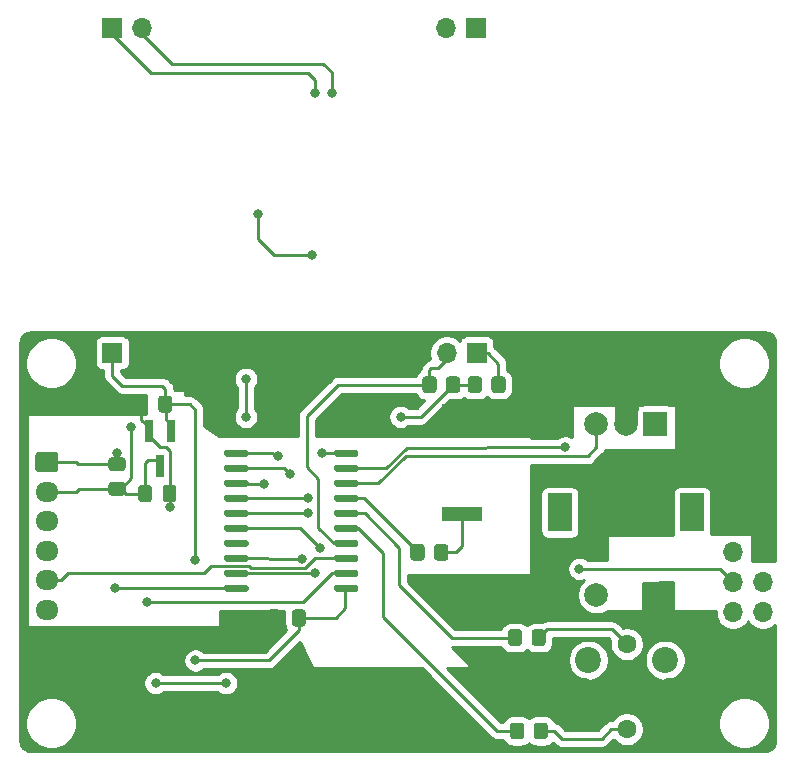
<source format=gbr>
%TF.GenerationSoftware,KiCad,Pcbnew,(5.1.9)-1*%
%TF.CreationDate,2021-02-22T21:34:01+01:00*%
%TF.ProjectId,Panel,50616e65-6c2e-46b6-9963-61645f706362,2*%
%TF.SameCoordinates,Original*%
%TF.FileFunction,Copper,L2,Bot*%
%TF.FilePolarity,Positive*%
%FSLAX46Y46*%
G04 Gerber Fmt 4.6, Leading zero omitted, Abs format (unit mm)*
G04 Created by KiCad (PCBNEW (5.1.9)-1) date 2021-02-22 21:34:01*
%MOMM*%
%LPD*%
G01*
G04 APERTURE LIST*
%TA.AperFunction,ComponentPad*%
%ADD10C,1.600000*%
%TD*%
%TA.AperFunction,ComponentPad*%
%ADD11C,2.200000*%
%TD*%
%TA.AperFunction,SMDPad,CuDef*%
%ADD12R,0.800000X1.900000*%
%TD*%
%TA.AperFunction,ComponentPad*%
%ADD13R,1.700000X1.700000*%
%TD*%
%TA.AperFunction,ComponentPad*%
%ADD14O,1.700000X1.700000*%
%TD*%
%TA.AperFunction,ComponentPad*%
%ADD15O,1.950000X1.700000*%
%TD*%
%TA.AperFunction,ComponentPad*%
%ADD16R,2.000000X2.000000*%
%TD*%
%TA.AperFunction,ComponentPad*%
%ADD17C,2.000000*%
%TD*%
%TA.AperFunction,ComponentPad*%
%ADD18R,2.000000X3.200000*%
%TD*%
%TA.AperFunction,SMDPad,CuDef*%
%ADD19R,3.400000X1.300000*%
%TD*%
%TA.AperFunction,ViaPad*%
%ADD20C,0.800000*%
%TD*%
%TA.AperFunction,Conductor*%
%ADD21C,0.250000*%
%TD*%
%TA.AperFunction,Conductor*%
%ADD22C,0.500000*%
%TD*%
%TA.AperFunction,Conductor*%
%ADD23C,0.254000*%
%TD*%
%TA.AperFunction,Conductor*%
%ADD24C,0.100000*%
%TD*%
G04 APERTURE END LIST*
D10*
%TO.P,SW104,-L2*%
%TO.N,GND*%
X118269200Y-114122200D03*
%TO.P,SW104,-L1*%
X125469200Y-114122200D03*
%TO.P,SW104,+L2*%
%TO.N,Net-(R105-Pad2)*%
X121869200Y-117722200D03*
%TO.P,SW104,+L1*%
%TO.N,Net-(R104-Pad2)*%
X121869200Y-110522200D03*
D11*
%TO.P,SW104,4*%
%TO.N,MBTN*%
X125119200Y-111872200D03*
%TO.P,SW104,3*%
X118619200Y-111872200D03*
%TO.P,SW104,2*%
%TO.N,GND*%
X118619200Y-116372200D03*
%TO.P,SW104,1*%
X125119200Y-116372200D03*
%TD*%
D12*
%TO.P,U101,3*%
%TO.N,VCC*%
X82346800Y-95429200D03*
%TO.P,U101,2*%
%TO.N,+3V3*%
X83296800Y-92429200D03*
%TO.P,U101,1*%
%TO.N,GND*%
X81396800Y-92429200D03*
%TD*%
%TO.P,R103,2*%
%TO.N,+3V3*%
%TA.AperFunction,SMDPad,CuDef*%
G36*
G01*
X109607400Y-88094399D02*
X109607400Y-88994401D01*
G75*
G02*
X109357401Y-89244400I-249999J0D01*
G01*
X108657399Y-89244400D01*
G75*
G02*
X108407400Y-88994401I0J249999D01*
G01*
X108407400Y-88094399D01*
G75*
G02*
X108657399Y-87844400I249999J0D01*
G01*
X109357401Y-87844400D01*
G75*
G02*
X109607400Y-88094399I0J-249999D01*
G01*
G37*
%TD.AperFunction*%
%TO.P,R103,1*%
%TO.N,SCL*%
%TA.AperFunction,SMDPad,CuDef*%
G36*
G01*
X111607400Y-88094399D02*
X111607400Y-88994401D01*
G75*
G02*
X111357401Y-89244400I-249999J0D01*
G01*
X110657399Y-89244400D01*
G75*
G02*
X110407400Y-88994401I0J249999D01*
G01*
X110407400Y-88094399D01*
G75*
G02*
X110657399Y-87844400I249999J0D01*
G01*
X111357401Y-87844400D01*
G75*
G02*
X111607400Y-88094399I0J-249999D01*
G01*
G37*
%TD.AperFunction*%
%TD*%
%TO.P,R102,2*%
%TO.N,SDA*%
%TA.AperFunction,SMDPad,CuDef*%
G36*
G01*
X105762600Y-88094399D02*
X105762600Y-88994401D01*
G75*
G02*
X105512601Y-89244400I-249999J0D01*
G01*
X104812599Y-89244400D01*
G75*
G02*
X104562600Y-88994401I0J249999D01*
G01*
X104562600Y-88094399D01*
G75*
G02*
X104812599Y-87844400I249999J0D01*
G01*
X105512601Y-87844400D01*
G75*
G02*
X105762600Y-88094399I0J-249999D01*
G01*
G37*
%TD.AperFunction*%
%TO.P,R102,1*%
%TO.N,+3V3*%
%TA.AperFunction,SMDPad,CuDef*%
G36*
G01*
X107762600Y-88094399D02*
X107762600Y-88994401D01*
G75*
G02*
X107512601Y-89244400I-249999J0D01*
G01*
X106812599Y-89244400D01*
G75*
G02*
X106562600Y-88994401I0J249999D01*
G01*
X106562600Y-88094399D01*
G75*
G02*
X106812599Y-87844400I249999J0D01*
G01*
X107512601Y-87844400D01*
G75*
G02*
X107762600Y-88094399I0J-249999D01*
G01*
G37*
%TD.AperFunction*%
%TD*%
D13*
%TO.P,J104,1*%
%TO.N,SCL*%
X109169200Y-85852000D03*
D14*
%TO.P,J104,2*%
%TO.N,SDA*%
X106629200Y-85852000D03*
%TD*%
D13*
%TO.P,J101,1*%
%TO.N,+3V3*%
X78308200Y-85852000D03*
D14*
%TO.P,J101,2*%
%TO.N,GND*%
X80848200Y-85852000D03*
%TD*%
D15*
%TO.P,J102,6*%
%TO.N,~RST*%
X72771000Y-107597600D03*
%TO.P,J102,5*%
%TO.N,~INT*%
X72771000Y-105097600D03*
%TO.P,J102,4*%
%TO.N,SCL*%
X72771000Y-102597600D03*
%TO.P,J102,3*%
%TO.N,SDA*%
X72771000Y-100097600D03*
%TO.P,J102,2*%
%TO.N,VCC*%
X72771000Y-97597600D03*
%TO.P,J102,1*%
%TO.N,GND*%
%TA.AperFunction,ComponentPad*%
G36*
G01*
X72046000Y-94247600D02*
X73496000Y-94247600D01*
G75*
G02*
X73746000Y-94497600I0J-250000D01*
G01*
X73746000Y-95697600D01*
G75*
G02*
X73496000Y-95947600I-250000J0D01*
G01*
X72046000Y-95947600D01*
G75*
G02*
X71796000Y-95697600I0J250000D01*
G01*
X71796000Y-94497600D01*
G75*
G02*
X72046000Y-94247600I250000J0D01*
G01*
G37*
%TD.AperFunction*%
%TD*%
%TO.P,C101,2*%
%TO.N,GND*%
%TA.AperFunction,SMDPad,CuDef*%
G36*
G01*
X79189600Y-95866800D02*
X78239600Y-95866800D01*
G75*
G02*
X77989600Y-95616800I0J250000D01*
G01*
X77989600Y-94941800D01*
G75*
G02*
X78239600Y-94691800I250000J0D01*
G01*
X79189600Y-94691800D01*
G75*
G02*
X79439600Y-94941800I0J-250000D01*
G01*
X79439600Y-95616800D01*
G75*
G02*
X79189600Y-95866800I-250000J0D01*
G01*
G37*
%TD.AperFunction*%
%TO.P,C101,1*%
%TO.N,VCC*%
%TA.AperFunction,SMDPad,CuDef*%
G36*
G01*
X79189600Y-97941800D02*
X78239600Y-97941800D01*
G75*
G02*
X77989600Y-97691800I0J250000D01*
G01*
X77989600Y-97016800D01*
G75*
G02*
X78239600Y-96766800I250000J0D01*
G01*
X79189600Y-96766800D01*
G75*
G02*
X79439600Y-97016800I0J-250000D01*
G01*
X79439600Y-97691800D01*
G75*
G02*
X79189600Y-97941800I-250000J0D01*
G01*
G37*
%TD.AperFunction*%
%TD*%
D16*
%TO.P,SW101,A*%
%TO.N,ENCA*%
X124297440Y-91859100D03*
D17*
%TO.P,SW101,C*%
%TO.N,GND*%
X121797440Y-91859100D03*
%TO.P,SW101,B*%
%TO.N,ENCB*%
X119297440Y-91859100D03*
D18*
%TO.P,SW101,MP*%
%TO.N,N/C*%
X127397440Y-99359100D03*
X116197440Y-99359100D03*
D17*
%TO.P,SW101,S2*%
%TO.N,GND*%
X124297440Y-106359100D03*
%TO.P,SW101,S1*%
%TO.N,ENCBTN*%
X119297440Y-106359100D03*
%TD*%
D19*
%TO.P,BZ101,2*%
%TO.N,GND*%
X107924600Y-90798400D03*
%TO.P,BZ101,1*%
%TO.N,Net-(BZ101-Pad1)*%
X107924600Y-99498400D03*
%TD*%
%TO.P,R101,2*%
%TO.N,Net-(BZ101-Pad1)*%
%TA.AperFunction,SMDPad,CuDef*%
G36*
G01*
X105556000Y-103193001D02*
X105556000Y-102292999D01*
G75*
G02*
X105805999Y-102043000I249999J0D01*
G01*
X106506001Y-102043000D01*
G75*
G02*
X106756000Y-102292999I0J-249999D01*
G01*
X106756000Y-103193001D01*
G75*
G02*
X106506001Y-103443000I-249999J0D01*
G01*
X105805999Y-103443000D01*
G75*
G02*
X105556000Y-103193001I0J249999D01*
G01*
G37*
%TD.AperFunction*%
%TO.P,R101,1*%
%TO.N,BUZZER*%
%TA.AperFunction,SMDPad,CuDef*%
G36*
G01*
X103556000Y-103193001D02*
X103556000Y-102292999D01*
G75*
G02*
X103805999Y-102043000I249999J0D01*
G01*
X104506001Y-102043000D01*
G75*
G02*
X104756000Y-102292999I0J-249999D01*
G01*
X104756000Y-103193001D01*
G75*
G02*
X104506001Y-103443000I-249999J0D01*
G01*
X103805999Y-103443000D01*
G75*
G02*
X103556000Y-103193001I0J249999D01*
G01*
G37*
%TD.AperFunction*%
%TD*%
%TO.P,U102,20*%
%TO.N,+3V3*%
%TA.AperFunction,SMDPad,CuDef*%
G36*
G01*
X97097000Y-105941000D02*
X97097000Y-105641000D01*
G75*
G02*
X97247000Y-105491000I150000J0D01*
G01*
X98997000Y-105491000D01*
G75*
G02*
X99147000Y-105641000I0J-150000D01*
G01*
X99147000Y-105941000D01*
G75*
G02*
X98997000Y-106091000I-150000J0D01*
G01*
X97247000Y-106091000D01*
G75*
G02*
X97097000Y-105941000I0J150000D01*
G01*
G37*
%TD.AperFunction*%
%TO.P,U102,19*%
%TO.N,SCL*%
%TA.AperFunction,SMDPad,CuDef*%
G36*
G01*
X97097000Y-104671000D02*
X97097000Y-104371000D01*
G75*
G02*
X97247000Y-104221000I150000J0D01*
G01*
X98997000Y-104221000D01*
G75*
G02*
X99147000Y-104371000I0J-150000D01*
G01*
X99147000Y-104671000D01*
G75*
G02*
X98997000Y-104821000I-150000J0D01*
G01*
X97247000Y-104821000D01*
G75*
G02*
X97097000Y-104671000I0J150000D01*
G01*
G37*
%TD.AperFunction*%
%TO.P,U102,18*%
%TO.N,~INT*%
%TA.AperFunction,SMDPad,CuDef*%
G36*
G01*
X97097000Y-103401000D02*
X97097000Y-103101000D01*
G75*
G02*
X97247000Y-102951000I150000J0D01*
G01*
X98997000Y-102951000D01*
G75*
G02*
X99147000Y-103101000I0J-150000D01*
G01*
X99147000Y-103401000D01*
G75*
G02*
X98997000Y-103551000I-150000J0D01*
G01*
X97247000Y-103551000D01*
G75*
G02*
X97097000Y-103401000I0J150000D01*
G01*
G37*
%TD.AperFunction*%
%TO.P,U102,17*%
%TO.N,SDA*%
%TA.AperFunction,SMDPad,CuDef*%
G36*
G01*
X97097000Y-102131000D02*
X97097000Y-101831000D01*
G75*
G02*
X97247000Y-101681000I150000J0D01*
G01*
X98997000Y-101681000D01*
G75*
G02*
X99147000Y-101831000I0J-150000D01*
G01*
X99147000Y-102131000D01*
G75*
G02*
X98997000Y-102281000I-150000J0D01*
G01*
X97247000Y-102281000D01*
G75*
G02*
X97097000Y-102131000I0J150000D01*
G01*
G37*
%TD.AperFunction*%
%TO.P,U102,16*%
%TO.N,G-LED*%
%TA.AperFunction,SMDPad,CuDef*%
G36*
G01*
X97097000Y-100861000D02*
X97097000Y-100561000D01*
G75*
G02*
X97247000Y-100411000I150000J0D01*
G01*
X98997000Y-100411000D01*
G75*
G02*
X99147000Y-100561000I0J-150000D01*
G01*
X99147000Y-100861000D01*
G75*
G02*
X98997000Y-101011000I-150000J0D01*
G01*
X97247000Y-101011000D01*
G75*
G02*
X97097000Y-100861000I0J150000D01*
G01*
G37*
%TD.AperFunction*%
%TO.P,U102,15*%
%TO.N,R-LED*%
%TA.AperFunction,SMDPad,CuDef*%
G36*
G01*
X97097000Y-99591000D02*
X97097000Y-99291000D01*
G75*
G02*
X97247000Y-99141000I150000J0D01*
G01*
X98997000Y-99141000D01*
G75*
G02*
X99147000Y-99291000I0J-150000D01*
G01*
X99147000Y-99591000D01*
G75*
G02*
X98997000Y-99741000I-150000J0D01*
G01*
X97247000Y-99741000D01*
G75*
G02*
X97097000Y-99591000I0J150000D01*
G01*
G37*
%TD.AperFunction*%
%TO.P,U102,14*%
%TO.N,BUZZER*%
%TA.AperFunction,SMDPad,CuDef*%
G36*
G01*
X97097000Y-98321000D02*
X97097000Y-98021000D01*
G75*
G02*
X97247000Y-97871000I150000J0D01*
G01*
X98997000Y-97871000D01*
G75*
G02*
X99147000Y-98021000I0J-150000D01*
G01*
X99147000Y-98321000D01*
G75*
G02*
X98997000Y-98471000I-150000J0D01*
G01*
X97247000Y-98471000D01*
G75*
G02*
X97097000Y-98321000I0J150000D01*
G01*
G37*
%TD.AperFunction*%
%TO.P,U102,13*%
%TO.N,ENCB*%
%TA.AperFunction,SMDPad,CuDef*%
G36*
G01*
X97097000Y-97051000D02*
X97097000Y-96751000D01*
G75*
G02*
X97247000Y-96601000I150000J0D01*
G01*
X98997000Y-96601000D01*
G75*
G02*
X99147000Y-96751000I0J-150000D01*
G01*
X99147000Y-97051000D01*
G75*
G02*
X98997000Y-97201000I-150000J0D01*
G01*
X97247000Y-97201000D01*
G75*
G02*
X97097000Y-97051000I0J150000D01*
G01*
G37*
%TD.AperFunction*%
%TO.P,U102,12*%
%TO.N,ENCA*%
%TA.AperFunction,SMDPad,CuDef*%
G36*
G01*
X97097000Y-95781000D02*
X97097000Y-95481000D01*
G75*
G02*
X97247000Y-95331000I150000J0D01*
G01*
X98997000Y-95331000D01*
G75*
G02*
X99147000Y-95481000I0J-150000D01*
G01*
X99147000Y-95781000D01*
G75*
G02*
X98997000Y-95931000I-150000J0D01*
G01*
X97247000Y-95931000D01*
G75*
G02*
X97097000Y-95781000I0J150000D01*
G01*
G37*
%TD.AperFunction*%
%TO.P,U102,11*%
%TO.N,MBTN*%
%TA.AperFunction,SMDPad,CuDef*%
G36*
G01*
X97097000Y-94511000D02*
X97097000Y-94211000D01*
G75*
G02*
X97247000Y-94061000I150000J0D01*
G01*
X98997000Y-94061000D01*
G75*
G02*
X99147000Y-94211000I0J-150000D01*
G01*
X99147000Y-94511000D01*
G75*
G02*
X98997000Y-94661000I-150000J0D01*
G01*
X97247000Y-94661000D01*
G75*
G02*
X97097000Y-94511000I0J150000D01*
G01*
G37*
%TD.AperFunction*%
%TO.P,U102,10*%
%TO.N,GND*%
%TA.AperFunction,SMDPad,CuDef*%
G36*
G01*
X87797000Y-94511000D02*
X87797000Y-94211000D01*
G75*
G02*
X87947000Y-94061000I150000J0D01*
G01*
X89697000Y-94061000D01*
G75*
G02*
X89847000Y-94211000I0J-150000D01*
G01*
X89847000Y-94511000D01*
G75*
G02*
X89697000Y-94661000I-150000J0D01*
G01*
X87947000Y-94661000D01*
G75*
G02*
X87797000Y-94511000I0J150000D01*
G01*
G37*
%TD.AperFunction*%
%TO.P,U102,9*%
%TO.N,RBTN*%
%TA.AperFunction,SMDPad,CuDef*%
G36*
G01*
X87797000Y-95781000D02*
X87797000Y-95481000D01*
G75*
G02*
X87947000Y-95331000I150000J0D01*
G01*
X89697000Y-95331000D01*
G75*
G02*
X89847000Y-95481000I0J-150000D01*
G01*
X89847000Y-95781000D01*
G75*
G02*
X89697000Y-95931000I-150000J0D01*
G01*
X87947000Y-95931000D01*
G75*
G02*
X87797000Y-95781000I0J150000D01*
G01*
G37*
%TD.AperFunction*%
%TO.P,U102,8*%
%TO.N,LBTN*%
%TA.AperFunction,SMDPad,CuDef*%
G36*
G01*
X87797000Y-97051000D02*
X87797000Y-96751000D01*
G75*
G02*
X87947000Y-96601000I150000J0D01*
G01*
X89697000Y-96601000D01*
G75*
G02*
X89847000Y-96751000I0J-150000D01*
G01*
X89847000Y-97051000D01*
G75*
G02*
X89697000Y-97201000I-150000J0D01*
G01*
X87947000Y-97201000D01*
G75*
G02*
X87797000Y-97051000I0J150000D01*
G01*
G37*
%TD.AperFunction*%
%TO.P,U102,7*%
%TO.N,IO3*%
%TA.AperFunction,SMDPad,CuDef*%
G36*
G01*
X87797000Y-98321000D02*
X87797000Y-98021000D01*
G75*
G02*
X87947000Y-97871000I150000J0D01*
G01*
X89697000Y-97871000D01*
G75*
G02*
X89847000Y-98021000I0J-150000D01*
G01*
X89847000Y-98321000D01*
G75*
G02*
X89697000Y-98471000I-150000J0D01*
G01*
X87947000Y-98471000D01*
G75*
G02*
X87797000Y-98321000I0J150000D01*
G01*
G37*
%TD.AperFunction*%
%TO.P,U102,6*%
%TO.N,IO2*%
%TA.AperFunction,SMDPad,CuDef*%
G36*
G01*
X87797000Y-99591000D02*
X87797000Y-99291000D01*
G75*
G02*
X87947000Y-99141000I150000J0D01*
G01*
X89697000Y-99141000D01*
G75*
G02*
X89847000Y-99291000I0J-150000D01*
G01*
X89847000Y-99591000D01*
G75*
G02*
X89697000Y-99741000I-150000J0D01*
G01*
X87947000Y-99741000D01*
G75*
G02*
X87797000Y-99591000I0J150000D01*
G01*
G37*
%TD.AperFunction*%
%TO.P,U102,5*%
%TO.N,ENCBTN*%
%TA.AperFunction,SMDPad,CuDef*%
G36*
G01*
X87797000Y-100861000D02*
X87797000Y-100561000D01*
G75*
G02*
X87947000Y-100411000I150000J0D01*
G01*
X89697000Y-100411000D01*
G75*
G02*
X89847000Y-100561000I0J-150000D01*
G01*
X89847000Y-100861000D01*
G75*
G02*
X89697000Y-101011000I-150000J0D01*
G01*
X87947000Y-101011000D01*
G75*
G02*
X87797000Y-100861000I0J150000D01*
G01*
G37*
%TD.AperFunction*%
%TO.P,U102,4*%
%TO.N,N/C*%
%TA.AperFunction,SMDPad,CuDef*%
G36*
G01*
X87797000Y-102131000D02*
X87797000Y-101831000D01*
G75*
G02*
X87947000Y-101681000I150000J0D01*
G01*
X89697000Y-101681000D01*
G75*
G02*
X89847000Y-101831000I0J-150000D01*
G01*
X89847000Y-102131000D01*
G75*
G02*
X89697000Y-102281000I-150000J0D01*
G01*
X87947000Y-102281000D01*
G75*
G02*
X87797000Y-102131000I0J150000D01*
G01*
G37*
%TD.AperFunction*%
%TO.P,U102,3*%
%TO.N,IO1*%
%TA.AperFunction,SMDPad,CuDef*%
G36*
G01*
X87797000Y-103401000D02*
X87797000Y-103101000D01*
G75*
G02*
X87947000Y-102951000I150000J0D01*
G01*
X89697000Y-102951000D01*
G75*
G02*
X89847000Y-103101000I0J-150000D01*
G01*
X89847000Y-103401000D01*
G75*
G02*
X89697000Y-103551000I-150000J0D01*
G01*
X87947000Y-103551000D01*
G75*
G02*
X87797000Y-103401000I0J150000D01*
G01*
G37*
%TD.AperFunction*%
%TO.P,U102,2*%
%TO.N,IO0*%
%TA.AperFunction,SMDPad,CuDef*%
G36*
G01*
X87797000Y-104671000D02*
X87797000Y-104371000D01*
G75*
G02*
X87947000Y-104221000I150000J0D01*
G01*
X89697000Y-104221000D01*
G75*
G02*
X89847000Y-104371000I0J-150000D01*
G01*
X89847000Y-104671000D01*
G75*
G02*
X89697000Y-104821000I-150000J0D01*
G01*
X87947000Y-104821000D01*
G75*
G02*
X87797000Y-104671000I0J150000D01*
G01*
G37*
%TD.AperFunction*%
%TO.P,U102,1*%
%TO.N,~RST*%
%TA.AperFunction,SMDPad,CuDef*%
G36*
G01*
X87797000Y-105941000D02*
X87797000Y-105641000D01*
G75*
G02*
X87947000Y-105491000I150000J0D01*
G01*
X89697000Y-105491000D01*
G75*
G02*
X89847000Y-105641000I0J-150000D01*
G01*
X89847000Y-105941000D01*
G75*
G02*
X89697000Y-106091000I-150000J0D01*
G01*
X87947000Y-106091000D01*
G75*
G02*
X87797000Y-105941000I0J150000D01*
G01*
G37*
%TD.AperFunction*%
%TD*%
%TO.P,C104,2*%
%TO.N,GND*%
%TA.AperFunction,SMDPad,CuDef*%
G36*
G01*
X92615600Y-107830600D02*
X92615600Y-108780600D01*
G75*
G02*
X92365600Y-109030600I-250000J0D01*
G01*
X91690600Y-109030600D01*
G75*
G02*
X91440600Y-108780600I0J250000D01*
G01*
X91440600Y-107830600D01*
G75*
G02*
X91690600Y-107580600I250000J0D01*
G01*
X92365600Y-107580600D01*
G75*
G02*
X92615600Y-107830600I0J-250000D01*
G01*
G37*
%TD.AperFunction*%
%TO.P,C104,1*%
%TO.N,+3V3*%
%TA.AperFunction,SMDPad,CuDef*%
G36*
G01*
X94690600Y-107830600D02*
X94690600Y-108780600D01*
G75*
G02*
X94440600Y-109030600I-250000J0D01*
G01*
X93765600Y-109030600D01*
G75*
G02*
X93515600Y-108780600I0J250000D01*
G01*
X93515600Y-107830600D01*
G75*
G02*
X93765600Y-107580600I250000J0D01*
G01*
X94440600Y-107580600D01*
G75*
G02*
X94690600Y-107830600I0J-250000D01*
G01*
G37*
%TD.AperFunction*%
%TD*%
%TO.P,C103,2*%
%TO.N,GND*%
%TA.AperFunction,SMDPad,CuDef*%
G36*
G01*
X81299900Y-89720400D02*
X81299900Y-90670400D01*
G75*
G02*
X81049900Y-90920400I-250000J0D01*
G01*
X80374900Y-90920400D01*
G75*
G02*
X80124900Y-90670400I0J250000D01*
G01*
X80124900Y-89720400D01*
G75*
G02*
X80374900Y-89470400I250000J0D01*
G01*
X81049900Y-89470400D01*
G75*
G02*
X81299900Y-89720400I0J-250000D01*
G01*
G37*
%TD.AperFunction*%
%TO.P,C103,1*%
%TO.N,+3V3*%
%TA.AperFunction,SMDPad,CuDef*%
G36*
G01*
X83374900Y-89720400D02*
X83374900Y-90670400D01*
G75*
G02*
X83124900Y-90920400I-250000J0D01*
G01*
X82449900Y-90920400D01*
G75*
G02*
X82199900Y-90670400I0J250000D01*
G01*
X82199900Y-89720400D01*
G75*
G02*
X82449900Y-89470400I250000J0D01*
G01*
X83124900Y-89470400D01*
G75*
G02*
X83374900Y-89720400I0J-250000D01*
G01*
G37*
%TD.AperFunction*%
%TD*%
%TO.P,C102,2*%
%TO.N,GND*%
%TA.AperFunction,SMDPad,CuDef*%
G36*
G01*
X82568200Y-98239600D02*
X82568200Y-97289600D01*
G75*
G02*
X82818200Y-97039600I250000J0D01*
G01*
X83493200Y-97039600D01*
G75*
G02*
X83743200Y-97289600I0J-250000D01*
G01*
X83743200Y-98239600D01*
G75*
G02*
X83493200Y-98489600I-250000J0D01*
G01*
X82818200Y-98489600D01*
G75*
G02*
X82568200Y-98239600I0J250000D01*
G01*
G37*
%TD.AperFunction*%
%TO.P,C102,1*%
%TO.N,VCC*%
%TA.AperFunction,SMDPad,CuDef*%
G36*
G01*
X80493200Y-98239600D02*
X80493200Y-97289600D01*
G75*
G02*
X80743200Y-97039600I250000J0D01*
G01*
X81418200Y-97039600D01*
G75*
G02*
X81668200Y-97289600I0J-250000D01*
G01*
X81668200Y-98239600D01*
G75*
G02*
X81418200Y-98489600I-250000J0D01*
G01*
X80743200Y-98489600D01*
G75*
G02*
X80493200Y-98239600I0J250000D01*
G01*
G37*
%TD.AperFunction*%
%TD*%
%TO.P,R104,2*%
%TO.N,Net-(R104-Pad2)*%
%TA.AperFunction,SMDPad,CuDef*%
G36*
G01*
X113811000Y-110406601D02*
X113811000Y-109506599D01*
G75*
G02*
X114060999Y-109256600I249999J0D01*
G01*
X114761001Y-109256600D01*
G75*
G02*
X115011000Y-109506599I0J-249999D01*
G01*
X115011000Y-110406601D01*
G75*
G02*
X114761001Y-110656600I-249999J0D01*
G01*
X114060999Y-110656600D01*
G75*
G02*
X113811000Y-110406601I0J249999D01*
G01*
G37*
%TD.AperFunction*%
%TO.P,R104,1*%
%TO.N,R-LED*%
%TA.AperFunction,SMDPad,CuDef*%
G36*
G01*
X111811000Y-110406601D02*
X111811000Y-109506599D01*
G75*
G02*
X112060999Y-109256600I249999J0D01*
G01*
X112761001Y-109256600D01*
G75*
G02*
X113011000Y-109506599I0J-249999D01*
G01*
X113011000Y-110406601D01*
G75*
G02*
X112761001Y-110656600I-249999J0D01*
G01*
X112060999Y-110656600D01*
G75*
G02*
X111811000Y-110406601I0J249999D01*
G01*
G37*
%TD.AperFunction*%
%TD*%
D14*
%TO.P,J103,6*%
%TO.N,IO3*%
X130873500Y-107823000D03*
%TO.P,J103,5*%
%TO.N,IO2*%
X133413500Y-107823000D03*
%TO.P,J103,4*%
%TO.N,IO1*%
X130873500Y-105283000D03*
%TO.P,J103,3*%
%TO.N,IO0*%
X133413500Y-105283000D03*
%TO.P,J103,2*%
%TO.N,VCC*%
X130873500Y-102743000D03*
D13*
%TO.P,J103,1*%
%TO.N,GND*%
X133413500Y-102743000D03*
%TD*%
%TO.P,R105,2*%
%TO.N,Net-(R105-Pad2)*%
%TA.AperFunction,SMDPad,CuDef*%
G36*
G01*
X113988800Y-118306001D02*
X113988800Y-117405999D01*
G75*
G02*
X114238799Y-117156000I249999J0D01*
G01*
X114938801Y-117156000D01*
G75*
G02*
X115188800Y-117405999I0J-249999D01*
G01*
X115188800Y-118306001D01*
G75*
G02*
X114938801Y-118556000I-249999J0D01*
G01*
X114238799Y-118556000D01*
G75*
G02*
X113988800Y-118306001I0J249999D01*
G01*
G37*
%TD.AperFunction*%
%TO.P,R105,1*%
%TO.N,G-LED*%
%TA.AperFunction,SMDPad,CuDef*%
G36*
G01*
X111988800Y-118306001D02*
X111988800Y-117405999D01*
G75*
G02*
X112238799Y-117156000I249999J0D01*
G01*
X112938801Y-117156000D01*
G75*
G02*
X113188800Y-117405999I0J-249999D01*
G01*
X113188800Y-118306001D01*
G75*
G02*
X112938801Y-118556000I-249999J0D01*
G01*
X112238799Y-118556000D01*
G75*
G02*
X111988800Y-118306001I0J249999D01*
G01*
G37*
%TD.AperFunction*%
%TD*%
D14*
%TO.P,J201,2*%
%TO.N,GND*%
X106578400Y-58331100D03*
D13*
%TO.P,J201,1*%
%TO.N,+3V3*%
X109118400Y-58331100D03*
%TD*%
D14*
%TO.P,J202,2*%
%TO.N,SDA*%
X80797400Y-58331100D03*
D13*
%TO.P,J202,1*%
%TO.N,SCL*%
X78257400Y-58331100D03*
%TD*%
D20*
%TO.N,GND*%
X92367100Y-94620080D03*
X90728800Y-108305600D03*
X78714600Y-94290133D03*
X83157060Y-98884740D03*
X104990900Y-116916200D03*
X87337900Y-116827300D03*
X100139500Y-116916200D03*
X82346800Y-116890800D03*
%TO.N,+3V3*%
X85338922Y-111897160D03*
X85354160Y-103378000D03*
X90622120Y-74089260D03*
X95224600Y-77597000D03*
X89611200Y-88061800D03*
X89611200Y-91262200D03*
X102717600Y-91262200D03*
%TO.N,VCC*%
X79933800Y-92151200D03*
%TO.N,~RST*%
X78574900Y-105751790D03*
%TO.N,SDA*%
X96870400Y-63868300D03*
%TO.N,SCL*%
X95478600Y-63868300D03*
X81280000Y-106984800D03*
%TO.N,IO1*%
X117856000Y-104139998D03*
X94335600Y-103276400D03*
%TO.N,IO0*%
X95453200Y-104521000D03*
%TO.N,LBTN*%
X91186000Y-96939100D03*
X81984850Y-113804700D03*
X87922100Y-113817400D03*
%TO.N,RBTN*%
X93342460Y-96093280D03*
%TO.N,MBTN*%
X96045020Y-94361000D03*
%TO.N,IO2*%
X94869000Y-99441000D03*
%TO.N,IO3*%
X94869000Y-98171000D03*
%TO.N,ENCA*%
X116651489Y-93851011D03*
%TO.N,ENCBTN*%
X95903999Y-102380999D03*
%TD*%
D21*
%TO.N,GND*%
X80848200Y-89564300D02*
X80750500Y-89662000D01*
X81397600Y-92929200D02*
X82321400Y-93853000D01*
X81396800Y-92141000D02*
X80750500Y-91494700D01*
X91821000Y-94361000D02*
X88822000Y-94361000D01*
X75260200Y-95097600D02*
X75441900Y-95279300D01*
X92367100Y-94620080D02*
X91821000Y-94361000D01*
D22*
X81396800Y-92929200D02*
X81396800Y-92928400D01*
D21*
X81396800Y-92929200D02*
X81396800Y-92141000D01*
X81396800Y-92929200D02*
X81397600Y-92929200D01*
X72771000Y-95097600D02*
X75260200Y-95097600D01*
X82321400Y-93853000D02*
X82880200Y-93853000D01*
X82880200Y-93853000D02*
X83155700Y-94128500D01*
X83155700Y-94128500D02*
X83155700Y-97764600D01*
X80750500Y-90449400D02*
X80725100Y-90424000D01*
X92002700Y-108534200D02*
X92053500Y-108585000D01*
X90728800Y-108305600D02*
X92002700Y-108534200D01*
X78714600Y-94290133D02*
X78714600Y-95279300D01*
X78714600Y-95279300D02*
X75441900Y-95279300D01*
X83155700Y-98883380D02*
X83157060Y-98884740D01*
X83155700Y-97764600D02*
X83155700Y-98883380D01*
X80750500Y-90233500D02*
X80712400Y-90195400D01*
X80750500Y-91494700D02*
X80750500Y-90233500D01*
X125469200Y-116022200D02*
X125119200Y-116372200D01*
%TO.N,+3V3*%
X94128500Y-108585000D02*
X94234000Y-108585000D01*
X82550000Y-88646000D02*
X79171800Y-88646000D01*
X79171800Y-88646000D02*
X78308200Y-87782400D01*
X78308200Y-87782400D02*
X78308200Y-85852000D01*
X82825500Y-91461500D02*
X82825500Y-90449400D01*
X94128500Y-108585000D02*
X94128500Y-109310000D01*
X98044000Y-105869000D02*
X98122000Y-105791000D01*
X91541340Y-111897160D02*
X85338922Y-111897160D01*
X83296800Y-91932800D02*
X82825500Y-91461500D01*
X82800100Y-90424000D02*
X82800100Y-88896100D01*
X94128500Y-109310000D02*
X91541340Y-111897160D01*
X82825500Y-90449400D02*
X82800100Y-90424000D01*
X82800100Y-88896100D02*
X82550000Y-88646000D01*
X83296800Y-92929200D02*
X83296800Y-91932800D01*
X97231200Y-108305600D02*
X98044000Y-107492800D01*
X94103100Y-108305600D02*
X97231200Y-108305600D01*
X98044000Y-107492800D02*
X98044000Y-105869000D01*
X107162600Y-88544400D02*
X109007400Y-88544400D01*
X89611200Y-91262200D02*
X89611200Y-88061800D01*
X107162600Y-88544400D02*
X107137200Y-88544400D01*
X107137200Y-88544400D02*
X104419400Y-91262200D01*
X102717600Y-91262200D02*
X104419400Y-91262200D01*
X84848700Y-90195400D02*
X82787400Y-90195400D01*
X85354160Y-90700860D02*
X84848700Y-90195400D01*
X85354160Y-103378000D02*
X85354160Y-90700860D01*
X90622120Y-76182220D02*
X90622120Y-74089260D01*
X92036900Y-77597000D02*
X90622120Y-76182220D01*
X95224600Y-77597000D02*
X92036900Y-77597000D01*
%TO.N,VCC*%
X81080700Y-95169900D02*
X81321400Y-94929200D01*
X77927200Y-97354300D02*
X79066300Y-97354300D01*
X72771000Y-97597600D02*
X75224000Y-97597600D01*
X72794400Y-97621000D02*
X72771000Y-97597600D01*
X79476600Y-97764600D02*
X81080700Y-97764600D01*
X81321400Y-94929200D02*
X82346800Y-94929200D01*
X80670400Y-97764600D02*
X81080700Y-97764600D01*
X75224000Y-97597600D02*
X75467300Y-97354300D01*
X79066300Y-97354300D02*
X79476600Y-97764600D01*
X75467300Y-97354300D02*
X77927200Y-97354300D01*
X81080700Y-97764600D02*
X81080700Y-95169900D01*
X79933800Y-92151200D02*
X79933800Y-96469200D01*
X79933800Y-96469200D02*
X79048700Y-97354300D01*
X79048700Y-97354300D02*
X77927200Y-97354300D01*
%TO.N,~RST*%
X88822000Y-105791000D02*
X78614110Y-105791000D01*
X78614110Y-105791000D02*
X78574900Y-105751790D01*
%TO.N,SDA*%
X72364600Y-100097600D02*
X72360428Y-100097600D01*
X106629200Y-85852000D02*
X106629200Y-86410800D01*
X106629200Y-86410800D02*
X105892600Y-87147400D01*
X105892600Y-87147400D02*
X105333800Y-87147400D01*
X105162600Y-87318600D02*
X105162600Y-88544400D01*
X105333800Y-87147400D02*
X105162600Y-87318600D01*
X97434400Y-88544400D02*
X105162600Y-88544400D01*
X94778999Y-91199801D02*
X97434400Y-88544400D01*
X94778999Y-95540999D02*
X94778999Y-91199801D01*
X95758000Y-96520000D02*
X94778999Y-95540999D01*
X95758000Y-100642000D02*
X95758000Y-96520000D01*
X97097000Y-101981000D02*
X95758000Y-100642000D01*
X98122000Y-101981000D02*
X97097000Y-101981000D01*
X83375500Y-61391800D02*
X80314800Y-58331100D01*
X96149160Y-61391800D02*
X83375500Y-61391800D01*
X96870400Y-62113040D02*
X96149160Y-61391800D01*
X96870400Y-63863100D02*
X96870400Y-62113040D01*
%TO.N,SCL*%
X81280000Y-106984800D02*
X94437200Y-106984800D01*
X96901000Y-104521000D02*
X98122000Y-104521000D01*
X94437200Y-106984800D02*
X96901000Y-104521000D01*
X109169200Y-85852000D02*
X110083600Y-85852000D01*
X111007400Y-86775800D02*
X111007400Y-88544400D01*
X110083600Y-85852000D02*
X111007400Y-86775800D01*
X81572100Y-62128400D02*
X77774800Y-58331100D01*
X94843600Y-62128400D02*
X81572100Y-62128400D01*
X95504000Y-62788800D02*
X94843600Y-62128400D01*
X95504000Y-63804800D02*
X95504000Y-62788800D01*
%TO.N,~INT*%
X97663000Y-103251000D02*
X98122000Y-103251000D01*
X72771000Y-105097600D02*
X73982600Y-105097600D01*
X90068758Y-104070990D02*
X89893758Y-103895990D01*
X94614012Y-104070990D02*
X90068758Y-104070990D01*
X89893758Y-103895990D02*
X86705610Y-103895990D01*
X95434002Y-103251000D02*
X94614012Y-104070990D01*
X98122000Y-103251000D02*
X95434002Y-103251000D01*
X86705610Y-103895990D02*
X86106000Y-104495600D01*
X74584600Y-104495600D02*
X73982600Y-105097600D01*
X86106000Y-104495600D02*
X74584600Y-104495600D01*
%TO.N,IO1*%
X129730498Y-104139998D02*
X130873500Y-105283000D01*
X117856000Y-104139998D02*
X129730498Y-104139998D01*
X94335600Y-103276400D02*
X88822000Y-103251000D01*
%TO.N,IO0*%
X95453200Y-104521000D02*
X88822000Y-104521000D01*
%TO.N,LBTN*%
X91186000Y-96939100D02*
X88860100Y-96939100D01*
X88860100Y-96939100D02*
X88822000Y-96901000D01*
X87909400Y-113804700D02*
X87922100Y-113817400D01*
X81984850Y-113804700D02*
X87909400Y-113804700D01*
%TO.N,RBTN*%
X92885260Y-95636080D02*
X88827080Y-95636080D01*
X93342460Y-96093280D02*
X92885260Y-95636080D01*
X88827080Y-95636080D02*
X88822000Y-95631000D01*
%TO.N,MBTN*%
X118269200Y-112222200D02*
X118619200Y-111872200D01*
X98122000Y-94361000D02*
X96045020Y-94361000D01*
%TO.N,IO2*%
X88822000Y-99441000D02*
X94869000Y-99441000D01*
%TO.N,IO3*%
X88822000Y-98171000D02*
X94869000Y-98171000D01*
%TO.N,ENCB*%
X103137009Y-94603401D02*
X118558479Y-94603401D01*
X119297440Y-93864440D02*
X119297440Y-91859100D01*
X98122000Y-96901000D02*
X100839410Y-96901000D01*
X118558479Y-94603401D02*
X119297440Y-93864440D01*
X100839410Y-96901000D02*
X103137009Y-94603401D01*
X119341900Y-91897200D02*
X119341900Y-92240100D01*
%TO.N,ENCA*%
X116651489Y-93851011D02*
X103238302Y-93865698D01*
X101473000Y-95631000D02*
X98122000Y-95631000D01*
X103238302Y-93865698D02*
X101473000Y-95631000D01*
%TO.N,R-LED*%
X102743000Y-105664000D02*
X102616000Y-105537000D01*
X102616000Y-102362000D02*
X99695000Y-99441000D01*
X99695000Y-99441000D02*
X98122000Y-99441000D01*
X112411000Y-109956600D02*
X107048300Y-109956600D01*
X102616000Y-105537000D02*
X102616000Y-102362000D01*
X107048300Y-109956600D02*
X102743000Y-105664000D01*
%TO.N,G-LED*%
X99147000Y-100711000D02*
X98122000Y-100711000D01*
X101219000Y-102783000D02*
X99147000Y-100711000D01*
X101219000Y-108204000D02*
X101219000Y-102783000D01*
X110871000Y-117856000D02*
X101219000Y-108204000D01*
X112588800Y-117856000D02*
X110871000Y-117856000D01*
%TO.N,ENCBTN*%
X88822000Y-100711000D02*
X94234000Y-100711000D01*
X95903999Y-102380999D02*
X94234000Y-100711000D01*
%TO.N,Net-(BZ101-Pad1)*%
X106156000Y-102743000D02*
X107391200Y-102743000D01*
X107391200Y-102743000D02*
X107950000Y-102184200D01*
X107950000Y-99523800D02*
X107924600Y-99498400D01*
X107950000Y-102184200D02*
X107950000Y-99523800D01*
%TO.N,BUZZER*%
X99584000Y-98171000D02*
X104156000Y-102743000D01*
X98122000Y-98171000D02*
X99584000Y-98171000D01*
%TO.N,Net-(R104-Pad2)*%
X120617800Y-109270800D02*
X121869200Y-110522200D01*
X115082320Y-109270800D02*
X120617800Y-109270800D01*
X114411000Y-109942120D02*
X115082320Y-109270800D01*
%TO.N,Net-(R105-Pad2)*%
X114898680Y-117718840D02*
X114898680Y-117738400D01*
X119735600Y-118516400D02*
X116357400Y-118516400D01*
X120529800Y-117722200D02*
X119735600Y-118516400D01*
X121869200Y-117722200D02*
X120529800Y-117722200D01*
X115697000Y-117856000D02*
X116357400Y-118516400D01*
X114588800Y-117856000D02*
X115697000Y-117856000D01*
%TD*%
D23*
%TO.N,GND*%
X76200000Y-84114614D02*
X76233647Y-84111300D01*
X111167553Y-84111300D01*
X111201200Y-84114614D01*
X111234847Y-84111300D01*
X133570496Y-84111300D01*
X133766323Y-84130501D01*
X133922467Y-84177644D01*
X134066480Y-84254217D01*
X134192873Y-84357300D01*
X134296840Y-84482975D01*
X134374415Y-84626449D01*
X134422646Y-84782254D01*
X134443001Y-84975925D01*
X134443000Y-103505000D01*
X132461000Y-103505000D01*
X132461000Y-101346000D01*
X132458507Y-101320960D01*
X132451230Y-101297151D01*
X132439447Y-101275219D01*
X132423613Y-101256008D01*
X132404334Y-101240254D01*
X132382353Y-101228565D01*
X132358513Y-101221388D01*
X132333732Y-101219000D01*
X128974743Y-101226101D01*
X128986942Y-101203280D01*
X129023252Y-101083582D01*
X129035512Y-100959100D01*
X129035512Y-97759100D01*
X129023252Y-97634618D01*
X128986942Y-97514920D01*
X128927977Y-97404606D01*
X128848625Y-97307915D01*
X128751934Y-97228563D01*
X128641620Y-97169598D01*
X128521922Y-97133288D01*
X128397440Y-97121028D01*
X126397440Y-97121028D01*
X126272958Y-97133288D01*
X126153260Y-97169598D01*
X126042946Y-97228563D01*
X125946255Y-97307915D01*
X125866903Y-97404606D01*
X125807938Y-97514920D01*
X125771628Y-97634618D01*
X125759368Y-97759100D01*
X125759368Y-100959100D01*
X125771628Y-101083582D01*
X125807938Y-101203280D01*
X125823697Y-101232763D01*
X120319532Y-101244400D01*
X120295024Y-101246840D01*
X120271199Y-101254067D01*
X120249243Y-101265803D01*
X120229997Y-101281597D01*
X120214203Y-101300843D01*
X120202467Y-101322799D01*
X120195240Y-101346624D01*
X120192800Y-101371400D01*
X120192800Y-103379998D01*
X118559711Y-103379998D01*
X118515774Y-103336061D01*
X118346256Y-103222793D01*
X118157898Y-103144772D01*
X117957939Y-103104998D01*
X117754061Y-103104998D01*
X117554102Y-103144772D01*
X117365744Y-103222793D01*
X117196226Y-103336061D01*
X117052063Y-103480224D01*
X116938795Y-103649742D01*
X116860774Y-103838100D01*
X116821000Y-104038059D01*
X116821000Y-104241937D01*
X116860774Y-104441896D01*
X116938795Y-104630254D01*
X117052063Y-104799772D01*
X117196226Y-104943935D01*
X117365744Y-105057203D01*
X117554102Y-105135224D01*
X117754061Y-105174998D01*
X117957939Y-105174998D01*
X118157898Y-105135224D01*
X118245266Y-105099035D01*
X118027453Y-105316848D01*
X117848522Y-105584637D01*
X117725272Y-105882188D01*
X117662440Y-106198067D01*
X117662440Y-106520133D01*
X117725272Y-106836012D01*
X117848522Y-107133563D01*
X118027453Y-107401352D01*
X118255188Y-107629087D01*
X118522977Y-107808018D01*
X118820528Y-107931268D01*
X119136407Y-107994100D01*
X119458473Y-107994100D01*
X119774352Y-107931268D01*
X120071903Y-107808018D01*
X120242220Y-107694216D01*
X120249723Y-107700316D01*
X120271733Y-107711952D01*
X120295590Y-107719071D01*
X120320377Y-107721399D01*
X123114377Y-107708699D01*
X123137921Y-107706388D01*
X123161783Y-107699287D01*
X123183801Y-107687667D01*
X123203129Y-107671974D01*
X123219024Y-107652812D01*
X123230875Y-107630918D01*
X123238228Y-107607132D01*
X123240798Y-107582368D01*
X123252834Y-105295584D01*
X125755932Y-105293277D01*
X125765561Y-107587313D01*
X125768050Y-107611807D01*
X125775325Y-107635616D01*
X125787105Y-107657549D01*
X125802938Y-107676763D01*
X125822215Y-107692518D01*
X125844195Y-107704210D01*
X125868034Y-107711389D01*
X125892815Y-107713780D01*
X129388500Y-107706761D01*
X129388500Y-107969260D01*
X129445568Y-108256158D01*
X129557510Y-108526411D01*
X129720025Y-108769632D01*
X129926868Y-108976475D01*
X130170089Y-109138990D01*
X130440342Y-109250932D01*
X130727240Y-109308000D01*
X131019760Y-109308000D01*
X131306658Y-109250932D01*
X131576911Y-109138990D01*
X131820132Y-108976475D01*
X132026975Y-108769632D01*
X132143500Y-108595240D01*
X132260025Y-108769632D01*
X132466868Y-108976475D01*
X132710089Y-109138990D01*
X132980342Y-109250932D01*
X133267240Y-109308000D01*
X133559760Y-109308000D01*
X133846658Y-109250932D01*
X134116911Y-109138990D01*
X134360132Y-108976475D01*
X134443000Y-108893607D01*
X134443000Y-118698797D01*
X134423799Y-118894626D01*
X134376657Y-119050766D01*
X134300083Y-119194780D01*
X134197000Y-119321173D01*
X134071325Y-119425139D01*
X133927854Y-119502714D01*
X133772046Y-119550945D01*
X133578384Y-119571300D01*
X71407503Y-119571300D01*
X71211674Y-119552099D01*
X71055534Y-119504957D01*
X70911520Y-119428383D01*
X70785127Y-119325300D01*
X70681161Y-119199625D01*
X70603586Y-119056154D01*
X70555355Y-118900346D01*
X70535000Y-118706684D01*
X70535000Y-116992172D01*
X70957618Y-116992172D01*
X70957618Y-117424428D01*
X71041947Y-117848378D01*
X71207364Y-118247730D01*
X71447512Y-118607137D01*
X71753163Y-118912788D01*
X72112570Y-119152936D01*
X72511922Y-119318353D01*
X72935872Y-119402682D01*
X73368128Y-119402682D01*
X73792078Y-119318353D01*
X74191430Y-119152936D01*
X74550837Y-118912788D01*
X74856488Y-118607137D01*
X75096636Y-118247730D01*
X75262053Y-117848378D01*
X75346382Y-117424428D01*
X75346382Y-116992172D01*
X75262053Y-116568222D01*
X75096636Y-116168870D01*
X74856488Y-115809463D01*
X74550837Y-115503812D01*
X74191430Y-115263664D01*
X73792078Y-115098247D01*
X73368128Y-115013918D01*
X72935872Y-115013918D01*
X72511922Y-115098247D01*
X72112570Y-115263664D01*
X71753163Y-115503812D01*
X71447512Y-115809463D01*
X71207364Y-116168870D01*
X71041947Y-116568222D01*
X70957618Y-116992172D01*
X70535000Y-116992172D01*
X70535000Y-113702761D01*
X80949850Y-113702761D01*
X80949850Y-113906639D01*
X80989624Y-114106598D01*
X81067645Y-114294956D01*
X81180913Y-114464474D01*
X81325076Y-114608637D01*
X81494594Y-114721905D01*
X81682952Y-114799926D01*
X81882911Y-114839700D01*
X82086789Y-114839700D01*
X82286748Y-114799926D01*
X82475106Y-114721905D01*
X82644624Y-114608637D01*
X82688561Y-114564700D01*
X87205689Y-114564700D01*
X87262326Y-114621337D01*
X87431844Y-114734605D01*
X87620202Y-114812626D01*
X87820161Y-114852400D01*
X88024039Y-114852400D01*
X88223998Y-114812626D01*
X88412356Y-114734605D01*
X88581874Y-114621337D01*
X88726037Y-114477174D01*
X88839305Y-114307656D01*
X88917326Y-114119298D01*
X88957100Y-113919339D01*
X88957100Y-113715461D01*
X88917326Y-113515502D01*
X88839305Y-113327144D01*
X88726037Y-113157626D01*
X88581874Y-113013463D01*
X88412356Y-112900195D01*
X88223998Y-112822174D01*
X88024039Y-112782400D01*
X87820161Y-112782400D01*
X87620202Y-112822174D01*
X87431844Y-112900195D01*
X87262326Y-113013463D01*
X87231089Y-113044700D01*
X82688561Y-113044700D01*
X82644624Y-113000763D01*
X82475106Y-112887495D01*
X82286748Y-112809474D01*
X82086789Y-112769700D01*
X81882911Y-112769700D01*
X81682952Y-112809474D01*
X81494594Y-112887495D01*
X81325076Y-113000763D01*
X81180913Y-113144926D01*
X81067645Y-113314444D01*
X80989624Y-113502802D01*
X80949850Y-113702761D01*
X70535000Y-113702761D01*
X70535000Y-91135358D01*
X71094600Y-91135358D01*
X71116825Y-108943933D01*
X71119231Y-108968379D01*
X71126425Y-108992213D01*
X71138131Y-109014186D01*
X71153898Y-109033453D01*
X71173121Y-109049274D01*
X71195062Y-109061040D01*
X71218876Y-109068300D01*
X71243649Y-109070775D01*
X72470255Y-109072476D01*
X72573050Y-109082600D01*
X72968950Y-109082600D01*
X73063396Y-109073298D01*
X87274224Y-109093000D01*
X87299176Y-109090560D01*
X87323001Y-109083333D01*
X87344957Y-109071597D01*
X87364203Y-109055803D01*
X87379997Y-109036557D01*
X87391733Y-109014601D01*
X87398960Y-108990776D01*
X87401400Y-108966000D01*
X87401400Y-107744800D01*
X92871024Y-107744800D01*
X92883504Y-107769920D01*
X92877528Y-107830600D01*
X92877528Y-108780600D01*
X92894592Y-108953854D01*
X92945128Y-109120450D01*
X93027195Y-109273986D01*
X93055375Y-109308323D01*
X91226539Y-111137160D01*
X86042633Y-111137160D01*
X85998696Y-111093223D01*
X85829178Y-110979955D01*
X85640820Y-110901934D01*
X85440861Y-110862160D01*
X85236983Y-110862160D01*
X85037024Y-110901934D01*
X84848666Y-110979955D01*
X84679148Y-111093223D01*
X84534985Y-111237386D01*
X84421717Y-111406904D01*
X84343696Y-111595262D01*
X84303922Y-111795221D01*
X84303922Y-111999099D01*
X84343696Y-112199058D01*
X84421717Y-112387416D01*
X84534985Y-112556934D01*
X84679148Y-112701097D01*
X84848666Y-112814365D01*
X85037024Y-112892386D01*
X85236983Y-112932160D01*
X85440861Y-112932160D01*
X85640820Y-112892386D01*
X85829178Y-112814365D01*
X85998696Y-112701097D01*
X86042633Y-112657160D01*
X91504018Y-112657160D01*
X91541340Y-112660836D01*
X91578662Y-112657160D01*
X91578673Y-112657160D01*
X91690326Y-112646163D01*
X91833587Y-112602706D01*
X91965616Y-112532134D01*
X92081341Y-112437161D01*
X92105144Y-112408157D01*
X94164648Y-110348654D01*
X95221988Y-112476906D01*
X95230128Y-112490957D01*
X95245922Y-112510203D01*
X95265168Y-112525997D01*
X95287124Y-112537733D01*
X95310949Y-112544960D01*
X95335725Y-112547400D01*
X97591432Y-112547400D01*
X97592381Y-112548180D01*
X97614331Y-112559929D01*
X97638151Y-112567170D01*
X97662926Y-112569625D01*
X104513835Y-112573636D01*
X110307200Y-118367002D01*
X110330999Y-118396001D01*
X110446724Y-118490974D01*
X110578753Y-118561546D01*
X110722014Y-118605003D01*
X110833667Y-118616000D01*
X110833676Y-118616000D01*
X110870999Y-118619676D01*
X110908322Y-118616000D01*
X111409273Y-118616000D01*
X111418328Y-118645851D01*
X111500395Y-118799387D01*
X111610838Y-118933962D01*
X111745413Y-119044405D01*
X111898949Y-119126472D01*
X112065545Y-119177008D01*
X112238799Y-119194072D01*
X112938801Y-119194072D01*
X113112055Y-119177008D01*
X113278651Y-119126472D01*
X113432187Y-119044405D01*
X113566762Y-118933962D01*
X113588800Y-118907109D01*
X113610838Y-118933962D01*
X113745413Y-119044405D01*
X113898949Y-119126472D01*
X114065545Y-119177008D01*
X114238799Y-119194072D01*
X114938801Y-119194072D01*
X115112055Y-119177008D01*
X115278651Y-119126472D01*
X115432187Y-119044405D01*
X115566762Y-118933962D01*
X115626892Y-118860694D01*
X115793600Y-119027402D01*
X115817399Y-119056401D01*
X115933124Y-119151374D01*
X116065153Y-119221946D01*
X116208414Y-119265403D01*
X116320067Y-119276400D01*
X116320075Y-119276400D01*
X116357400Y-119280076D01*
X116394725Y-119276400D01*
X119698278Y-119276400D01*
X119735600Y-119280076D01*
X119772922Y-119276400D01*
X119772933Y-119276400D01*
X119884586Y-119265403D01*
X120027847Y-119221946D01*
X120159876Y-119151374D01*
X120275601Y-119056401D01*
X120299403Y-119027398D01*
X120728640Y-118598162D01*
X120754563Y-118636959D01*
X120954441Y-118836837D01*
X121189473Y-118993880D01*
X121450626Y-119102053D01*
X121727865Y-119157200D01*
X122010535Y-119157200D01*
X122287774Y-119102053D01*
X122548927Y-118993880D01*
X122783959Y-118836837D01*
X122983837Y-118636959D01*
X123140880Y-118401927D01*
X123249053Y-118140774D01*
X123304200Y-117863535D01*
X123304200Y-117580865D01*
X123249053Y-117303626D01*
X123140880Y-117042473D01*
X123107271Y-116992172D01*
X129631618Y-116992172D01*
X129631618Y-117424428D01*
X129715947Y-117848378D01*
X129881364Y-118247730D01*
X130121512Y-118607137D01*
X130427163Y-118912788D01*
X130786570Y-119152936D01*
X131185922Y-119318353D01*
X131609872Y-119402682D01*
X132042128Y-119402682D01*
X132466078Y-119318353D01*
X132865430Y-119152936D01*
X133224837Y-118912788D01*
X133530488Y-118607137D01*
X133770636Y-118247730D01*
X133936053Y-117848378D01*
X134020382Y-117424428D01*
X134020382Y-116992172D01*
X133936053Y-116568222D01*
X133770636Y-116168870D01*
X133530488Y-115809463D01*
X133224837Y-115503812D01*
X132865430Y-115263664D01*
X132466078Y-115098247D01*
X132042128Y-115013918D01*
X131609872Y-115013918D01*
X131185922Y-115098247D01*
X130786570Y-115263664D01*
X130427163Y-115503812D01*
X130121512Y-115809463D01*
X129881364Y-116168870D01*
X129715947Y-116568222D01*
X129631618Y-116992172D01*
X123107271Y-116992172D01*
X122983837Y-116807441D01*
X122783959Y-116607563D01*
X122548927Y-116450520D01*
X122287774Y-116342347D01*
X122010535Y-116287200D01*
X121727865Y-116287200D01*
X121450626Y-116342347D01*
X121189473Y-116450520D01*
X120954441Y-116607563D01*
X120754563Y-116807441D01*
X120651157Y-116962200D01*
X120567122Y-116962200D01*
X120529799Y-116958524D01*
X120492476Y-116962200D01*
X120492467Y-116962200D01*
X120380814Y-116973197D01*
X120237553Y-117016654D01*
X120105524Y-117087226D01*
X120105522Y-117087227D01*
X120105523Y-117087227D01*
X120018796Y-117158401D01*
X120018792Y-117158405D01*
X119989799Y-117182199D01*
X119966005Y-117211192D01*
X119420798Y-117756400D01*
X116672202Y-117756400D01*
X116260803Y-117345002D01*
X116237001Y-117315999D01*
X116121276Y-117221026D01*
X115989247Y-117150454D01*
X115845986Y-117106997D01*
X115769374Y-117099451D01*
X115759272Y-117066149D01*
X115677205Y-116912613D01*
X115566762Y-116778038D01*
X115432187Y-116667595D01*
X115278651Y-116585528D01*
X115112055Y-116534992D01*
X114938801Y-116517928D01*
X114238799Y-116517928D01*
X114065545Y-116534992D01*
X113898949Y-116585528D01*
X113745413Y-116667595D01*
X113610838Y-116778038D01*
X113588800Y-116804891D01*
X113566762Y-116778038D01*
X113432187Y-116667595D01*
X113278651Y-116585528D01*
X113112055Y-116534992D01*
X112938801Y-116517928D01*
X112238799Y-116517928D01*
X112065545Y-116534992D01*
X111898949Y-116585528D01*
X111745413Y-116667595D01*
X111610838Y-116778038D01*
X111500395Y-116912613D01*
X111418328Y-117066149D01*
X111409273Y-117096000D01*
X111185802Y-117096000D01*
X106664697Y-112574895D01*
X108508726Y-112575975D01*
X108528685Y-112574409D01*
X108552774Y-112568119D01*
X108575173Y-112557251D01*
X108595021Y-112542221D01*
X108611556Y-112523609D01*
X108624142Y-112502128D01*
X108632295Y-112478605D01*
X108635703Y-112453943D01*
X108634234Y-112429090D01*
X108627944Y-112405001D01*
X108617076Y-112382602D01*
X108602046Y-112362754D01*
X107990442Y-111701317D01*
X116884200Y-111701317D01*
X116884200Y-112043083D01*
X116950875Y-112378281D01*
X117081663Y-112694031D01*
X117271537Y-112978198D01*
X117513202Y-113219863D01*
X117797369Y-113409737D01*
X118113119Y-113540525D01*
X118448317Y-113607200D01*
X118790083Y-113607200D01*
X119125281Y-113540525D01*
X119441031Y-113409737D01*
X119725198Y-113219863D01*
X119966863Y-112978198D01*
X120156737Y-112694031D01*
X120287525Y-112378281D01*
X120354200Y-112043083D01*
X120354200Y-111701317D01*
X120287525Y-111366119D01*
X120156737Y-111050369D01*
X119966863Y-110766202D01*
X119725198Y-110524537D01*
X119441031Y-110334663D01*
X119125281Y-110203875D01*
X118790083Y-110137200D01*
X118448317Y-110137200D01*
X118113119Y-110203875D01*
X117797369Y-110334663D01*
X117513202Y-110524537D01*
X117271537Y-110766202D01*
X117081663Y-111050369D01*
X116950875Y-111366119D01*
X116884200Y-111701317D01*
X107990442Y-111701317D01*
X107080443Y-110717174D01*
X107086184Y-110716600D01*
X111231473Y-110716600D01*
X111240528Y-110746451D01*
X111322595Y-110899987D01*
X111433038Y-111034562D01*
X111567613Y-111145005D01*
X111721149Y-111227072D01*
X111887745Y-111277608D01*
X112060999Y-111294672D01*
X112761001Y-111294672D01*
X112934255Y-111277608D01*
X113100851Y-111227072D01*
X113254387Y-111145005D01*
X113388962Y-111034562D01*
X113411000Y-111007709D01*
X113433038Y-111034562D01*
X113567613Y-111145005D01*
X113721149Y-111227072D01*
X113887745Y-111277608D01*
X114060999Y-111294672D01*
X114761001Y-111294672D01*
X114934255Y-111277608D01*
X115100851Y-111227072D01*
X115254387Y-111145005D01*
X115388962Y-111034562D01*
X115499405Y-110899987D01*
X115581472Y-110746451D01*
X115632008Y-110579855D01*
X115649072Y-110406601D01*
X115649072Y-110030800D01*
X120302999Y-110030800D01*
X120470512Y-110198314D01*
X120434200Y-110380865D01*
X120434200Y-110663535D01*
X120489347Y-110940774D01*
X120597520Y-111201927D01*
X120754563Y-111436959D01*
X120954441Y-111636837D01*
X121189473Y-111793880D01*
X121450626Y-111902053D01*
X121727865Y-111957200D01*
X122010535Y-111957200D01*
X122287774Y-111902053D01*
X122548927Y-111793880D01*
X122687457Y-111701317D01*
X123384200Y-111701317D01*
X123384200Y-112043083D01*
X123450875Y-112378281D01*
X123581663Y-112694031D01*
X123771537Y-112978198D01*
X124013202Y-113219863D01*
X124297369Y-113409737D01*
X124613119Y-113540525D01*
X124948317Y-113607200D01*
X125290083Y-113607200D01*
X125625281Y-113540525D01*
X125941031Y-113409737D01*
X126225198Y-113219863D01*
X126466863Y-112978198D01*
X126656737Y-112694031D01*
X126787525Y-112378281D01*
X126854200Y-112043083D01*
X126854200Y-111701317D01*
X126787525Y-111366119D01*
X126656737Y-111050369D01*
X126466863Y-110766202D01*
X126225198Y-110524537D01*
X125941031Y-110334663D01*
X125625281Y-110203875D01*
X125290083Y-110137200D01*
X124948317Y-110137200D01*
X124613119Y-110203875D01*
X124297369Y-110334663D01*
X124013202Y-110524537D01*
X123771537Y-110766202D01*
X123581663Y-111050369D01*
X123450875Y-111366119D01*
X123384200Y-111701317D01*
X122687457Y-111701317D01*
X122783959Y-111636837D01*
X122983837Y-111436959D01*
X123140880Y-111201927D01*
X123249053Y-110940774D01*
X123304200Y-110663535D01*
X123304200Y-110380865D01*
X123249053Y-110103626D01*
X123140880Y-109842473D01*
X122983837Y-109607441D01*
X122783959Y-109407563D01*
X122548927Y-109250520D01*
X122287774Y-109142347D01*
X122010535Y-109087200D01*
X121727865Y-109087200D01*
X121545314Y-109123512D01*
X121181604Y-108759803D01*
X121157801Y-108730799D01*
X121042076Y-108635826D01*
X120910047Y-108565254D01*
X120766786Y-108521797D01*
X120655133Y-108510800D01*
X120655122Y-108510800D01*
X120617800Y-108507124D01*
X120580478Y-108510800D01*
X115119643Y-108510800D01*
X115082320Y-108507124D01*
X115044997Y-108510800D01*
X115044987Y-108510800D01*
X114933334Y-108521797D01*
X114790073Y-108565254D01*
X114690406Y-108618528D01*
X114060999Y-108618528D01*
X113887745Y-108635592D01*
X113721149Y-108686128D01*
X113567613Y-108768195D01*
X113433038Y-108878638D01*
X113411000Y-108905491D01*
X113388962Y-108878638D01*
X113254387Y-108768195D01*
X113100851Y-108686128D01*
X112934255Y-108635592D01*
X112761001Y-108618528D01*
X112060999Y-108618528D01*
X111887745Y-108635592D01*
X111721149Y-108686128D01*
X111567613Y-108768195D01*
X111433038Y-108878638D01*
X111322595Y-109013213D01*
X111240528Y-109166749D01*
X111231473Y-109196600D01*
X107362445Y-109196600D01*
X103376000Y-105221916D01*
X103376000Y-104623405D01*
X113674731Y-104658159D01*
X113699964Y-104655714D01*
X113723787Y-104648482D01*
X113745741Y-104636741D01*
X113764982Y-104620943D01*
X113780772Y-104601694D01*
X113792503Y-104579735D01*
X113799725Y-104555909D01*
X113802160Y-104531132D01*
X113800664Y-97759100D01*
X114559368Y-97759100D01*
X114559368Y-100959100D01*
X114571628Y-101083582D01*
X114607938Y-101203280D01*
X114666903Y-101313594D01*
X114746255Y-101410285D01*
X114842946Y-101489637D01*
X114953260Y-101548602D01*
X115072958Y-101584912D01*
X115197440Y-101597172D01*
X117197440Y-101597172D01*
X117321922Y-101584912D01*
X117441620Y-101548602D01*
X117551934Y-101489637D01*
X117648625Y-101410285D01*
X117727977Y-101313594D01*
X117786942Y-101203280D01*
X117823252Y-101083582D01*
X117835512Y-100959100D01*
X117835512Y-97759100D01*
X117823252Y-97634618D01*
X117786942Y-97514920D01*
X117727977Y-97404606D01*
X117648625Y-97307915D01*
X117551934Y-97228563D01*
X117441620Y-97169598D01*
X117321922Y-97133288D01*
X117197440Y-97121028D01*
X115197440Y-97121028D01*
X115072958Y-97133288D01*
X114953260Y-97169598D01*
X114842946Y-97228563D01*
X114746255Y-97307915D01*
X114666903Y-97404606D01*
X114607938Y-97514920D01*
X114571628Y-97634618D01*
X114559368Y-97759100D01*
X113800664Y-97759100D01*
X113800134Y-95363401D01*
X118521157Y-95363401D01*
X118558479Y-95367077D01*
X118595801Y-95363401D01*
X118595812Y-95363401D01*
X118707465Y-95352404D01*
X118850726Y-95308947D01*
X118982755Y-95238375D01*
X119098480Y-95143402D01*
X119122282Y-95114399D01*
X119808444Y-94428238D01*
X119837441Y-94404441D01*
X119932414Y-94288716D01*
X120002986Y-94156687D01*
X120019063Y-94103689D01*
X125893215Y-94088109D01*
X125918456Y-94085507D01*
X125942233Y-94078126D01*
X125964114Y-94066249D01*
X125983257Y-94050332D01*
X125998927Y-94030985D01*
X126010521Y-94008954D01*
X126017595Y-93985083D01*
X126019875Y-93960291D01*
X125996697Y-90359682D01*
X125994260Y-90335724D01*
X125987033Y-90311899D01*
X125975297Y-90289943D01*
X125959503Y-90270697D01*
X125940257Y-90254903D01*
X125918301Y-90243167D01*
X125894476Y-90235940D01*
X125869700Y-90233500D01*
X125422621Y-90233500D01*
X125421922Y-90233288D01*
X125297440Y-90221028D01*
X123297440Y-90221028D01*
X123172958Y-90233288D01*
X123172259Y-90233500D01*
X122840750Y-90233500D01*
X122816924Y-90235755D01*
X122793045Y-90242800D01*
X122771000Y-90254368D01*
X122751635Y-90270015D01*
X122735695Y-90289139D01*
X122723791Y-90311006D01*
X122716383Y-90334774D01*
X122713754Y-90359531D01*
X122711862Y-90607578D01*
X122707938Y-90614920D01*
X122671628Y-90734618D01*
X122659368Y-90859100D01*
X122659368Y-91898516D01*
X120982891Y-91895816D01*
X120977024Y-90363189D01*
X120974307Y-90337540D01*
X120966820Y-90313796D01*
X120954845Y-90291969D01*
X120938842Y-90272897D01*
X120919425Y-90257314D01*
X120897342Y-90245819D01*
X120873440Y-90238852D01*
X120848638Y-90236683D01*
X119590791Y-90250420D01*
X119458473Y-90224100D01*
X119136407Y-90224100D01*
X118970006Y-90257199D01*
X117330738Y-90275101D01*
X117305221Y-90277975D01*
X117281524Y-90285609D01*
X117259771Y-90297719D01*
X117240799Y-90313840D01*
X117225337Y-90333352D01*
X117213978Y-90355507D01*
X117207160Y-90379451D01*
X117205144Y-90404266D01*
X117249656Y-93005910D01*
X117141745Y-92933806D01*
X116953387Y-92855785D01*
X116753428Y-92816011D01*
X116549550Y-92816011D01*
X116349591Y-92855785D01*
X116161233Y-92933806D01*
X115991715Y-93047074D01*
X115947007Y-93091782D01*
X113799632Y-93094134D01*
X113799620Y-93040172D01*
X113797189Y-93015470D01*
X113789971Y-92991643D01*
X113778243Y-92969682D01*
X113762456Y-92950431D01*
X113743217Y-92934630D01*
X113721265Y-92922886D01*
X113697443Y-92915650D01*
X113672668Y-92913200D01*
X100187794Y-92908148D01*
X100170626Y-92902940D01*
X100145850Y-92900500D01*
X95538999Y-92900500D01*
X95538999Y-91514602D01*
X97749202Y-89304400D01*
X103983073Y-89304400D01*
X103992128Y-89334251D01*
X104074195Y-89487787D01*
X104184638Y-89622362D01*
X104319213Y-89732805D01*
X104472749Y-89814872D01*
X104639345Y-89865408D01*
X104732241Y-89874557D01*
X104104599Y-90502200D01*
X103421311Y-90502200D01*
X103377374Y-90458263D01*
X103207856Y-90344995D01*
X103019498Y-90266974D01*
X102819539Y-90227200D01*
X102615661Y-90227200D01*
X102415702Y-90266974D01*
X102227344Y-90344995D01*
X102057826Y-90458263D01*
X101913663Y-90602426D01*
X101800395Y-90771944D01*
X101722374Y-90960302D01*
X101682600Y-91160261D01*
X101682600Y-91364139D01*
X101722374Y-91564098D01*
X101800395Y-91752456D01*
X101913663Y-91921974D01*
X102057826Y-92066137D01*
X102227344Y-92179405D01*
X102415702Y-92257426D01*
X102615661Y-92297200D01*
X102819539Y-92297200D01*
X103019498Y-92257426D01*
X103207856Y-92179405D01*
X103377374Y-92066137D01*
X103421311Y-92022200D01*
X104382078Y-92022200D01*
X104419400Y-92025876D01*
X104456722Y-92022200D01*
X104456733Y-92022200D01*
X104568386Y-92011203D01*
X104711647Y-91967746D01*
X104843676Y-91897174D01*
X104959401Y-91802201D01*
X104983204Y-91773197D01*
X106873930Y-89882472D01*
X107512601Y-89882472D01*
X107685855Y-89865408D01*
X107852451Y-89814872D01*
X108005987Y-89732805D01*
X108085000Y-89667961D01*
X108164013Y-89732805D01*
X108317549Y-89814872D01*
X108484145Y-89865408D01*
X108657399Y-89882472D01*
X109357401Y-89882472D01*
X109530655Y-89865408D01*
X109697251Y-89814872D01*
X109850787Y-89732805D01*
X109985362Y-89622362D01*
X110007400Y-89595509D01*
X110029438Y-89622362D01*
X110164013Y-89732805D01*
X110317549Y-89814872D01*
X110484145Y-89865408D01*
X110657399Y-89882472D01*
X111357401Y-89882472D01*
X111530655Y-89865408D01*
X111697251Y-89814872D01*
X111850787Y-89732805D01*
X111985362Y-89622362D01*
X112095805Y-89487787D01*
X112177872Y-89334251D01*
X112228408Y-89167655D01*
X112245472Y-88994401D01*
X112245472Y-88094399D01*
X112228408Y-87921145D01*
X112177872Y-87754549D01*
X112095805Y-87601013D01*
X111985362Y-87466438D01*
X111850787Y-87355995D01*
X111767400Y-87311424D01*
X111767400Y-86813122D01*
X111771076Y-86775799D01*
X111767400Y-86738476D01*
X111767400Y-86738467D01*
X111756403Y-86626814D01*
X111721628Y-86512172D01*
X129631618Y-86512172D01*
X129631618Y-86944428D01*
X129715947Y-87368378D01*
X129881364Y-87767730D01*
X130121512Y-88127137D01*
X130427163Y-88432788D01*
X130786570Y-88672936D01*
X131185922Y-88838353D01*
X131609872Y-88922682D01*
X132042128Y-88922682D01*
X132466078Y-88838353D01*
X132865430Y-88672936D01*
X133224837Y-88432788D01*
X133530488Y-88127137D01*
X133770636Y-87767730D01*
X133936053Y-87368378D01*
X134020382Y-86944428D01*
X134020382Y-86512172D01*
X133936053Y-86088222D01*
X133770636Y-85688870D01*
X133530488Y-85329463D01*
X133224837Y-85023812D01*
X132865430Y-84783664D01*
X132466078Y-84618247D01*
X132042128Y-84533918D01*
X131609872Y-84533918D01*
X131185922Y-84618247D01*
X130786570Y-84783664D01*
X130427163Y-85023812D01*
X130121512Y-85329463D01*
X129881364Y-85688870D01*
X129715947Y-86088222D01*
X129631618Y-86512172D01*
X111721628Y-86512172D01*
X111712946Y-86483553D01*
X111642374Y-86351524D01*
X111580620Y-86276276D01*
X111571199Y-86264796D01*
X111571195Y-86264792D01*
X111547401Y-86235799D01*
X111518409Y-86212006D01*
X110657272Y-85350871D01*
X110657272Y-85002000D01*
X110645012Y-84877518D01*
X110608702Y-84757820D01*
X110549737Y-84647506D01*
X110470385Y-84550815D01*
X110373694Y-84471463D01*
X110263380Y-84412498D01*
X110143682Y-84376188D01*
X110019200Y-84363928D01*
X108319200Y-84363928D01*
X108194718Y-84376188D01*
X108075020Y-84412498D01*
X107964706Y-84471463D01*
X107868015Y-84550815D01*
X107788663Y-84647506D01*
X107729698Y-84757820D01*
X107707687Y-84830380D01*
X107575832Y-84698525D01*
X107332611Y-84536010D01*
X107062358Y-84424068D01*
X106775460Y-84367000D01*
X106482940Y-84367000D01*
X106196042Y-84424068D01*
X105925789Y-84536010D01*
X105682568Y-84698525D01*
X105475725Y-84905368D01*
X105313210Y-85148589D01*
X105201268Y-85418842D01*
X105144200Y-85705740D01*
X105144200Y-85998260D01*
X105201268Y-86285158D01*
X105245689Y-86392401D01*
X105184814Y-86398397D01*
X105041553Y-86441854D01*
X104909524Y-86512426D01*
X104793799Y-86607399D01*
X104769996Y-86636403D01*
X104651603Y-86754796D01*
X104622599Y-86778599D01*
X104583303Y-86826482D01*
X104527626Y-86894324D01*
X104489912Y-86964882D01*
X104457054Y-87026354D01*
X104413597Y-87169615D01*
X104402600Y-87281268D01*
X104402600Y-87281278D01*
X104399466Y-87313099D01*
X104319213Y-87355995D01*
X104184638Y-87466438D01*
X104074195Y-87601013D01*
X103992128Y-87754549D01*
X103983073Y-87784400D01*
X97471722Y-87784400D01*
X97434399Y-87780724D01*
X97397076Y-87784400D01*
X97397067Y-87784400D01*
X97285414Y-87795397D01*
X97142153Y-87838854D01*
X97010123Y-87909426D01*
X96926483Y-87978068D01*
X96894399Y-88004399D01*
X96870601Y-88033397D01*
X94267997Y-90636002D01*
X94238999Y-90659800D01*
X94215201Y-90688798D01*
X94215200Y-90688799D01*
X94144025Y-90775525D01*
X94073453Y-90907555D01*
X94043179Y-91007359D01*
X94029997Y-91050815D01*
X94024158Y-91110097D01*
X94015323Y-91199801D01*
X94019000Y-91237133D01*
X94019000Y-92900500D01*
X87384609Y-92900500D01*
X86114160Y-92057642D01*
X86114160Y-90738182D01*
X86117836Y-90700859D01*
X86114160Y-90663536D01*
X86114160Y-90663527D01*
X86103163Y-90551874D01*
X86059706Y-90408613D01*
X85989134Y-90276584D01*
X85894161Y-90160859D01*
X85865162Y-90137060D01*
X85412503Y-89684402D01*
X85388701Y-89655399D01*
X85272976Y-89560426D01*
X85140947Y-89489854D01*
X84997686Y-89446397D01*
X84886033Y-89435400D01*
X84886022Y-89435400D01*
X84848700Y-89431724D01*
X84811378Y-89435400D01*
X84429600Y-89435400D01*
X84429600Y-89105402D01*
X84427178Y-89080718D01*
X84419969Y-89056888D01*
X84408249Y-89034923D01*
X84392469Y-89015666D01*
X84373236Y-88999858D01*
X84351288Y-88988105D01*
X84327469Y-88980861D01*
X84302694Y-88978402D01*
X83610605Y-88977889D01*
X83560100Y-88950894D01*
X83560100Y-88933423D01*
X83563776Y-88896100D01*
X83560100Y-88858777D01*
X83560100Y-88858767D01*
X83549103Y-88747114D01*
X83505646Y-88603853D01*
X83435074Y-88471824D01*
X83340101Y-88356099D01*
X83311097Y-88332296D01*
X83113804Y-88135003D01*
X83090001Y-88105999D01*
X82974276Y-88011026D01*
X82878555Y-87959861D01*
X88576200Y-87959861D01*
X88576200Y-88163739D01*
X88615974Y-88363698D01*
X88693995Y-88552056D01*
X88807263Y-88721574D01*
X88851201Y-88765512D01*
X88851200Y-90558489D01*
X88807263Y-90602426D01*
X88693995Y-90771944D01*
X88615974Y-90960302D01*
X88576200Y-91160261D01*
X88576200Y-91364139D01*
X88615974Y-91564098D01*
X88693995Y-91752456D01*
X88807263Y-91921974D01*
X88951426Y-92066137D01*
X89120944Y-92179405D01*
X89309302Y-92257426D01*
X89509261Y-92297200D01*
X89713139Y-92297200D01*
X89913098Y-92257426D01*
X90101456Y-92179405D01*
X90270974Y-92066137D01*
X90415137Y-91921974D01*
X90528405Y-91752456D01*
X90606426Y-91564098D01*
X90646200Y-91364139D01*
X90646200Y-91160261D01*
X90606426Y-90960302D01*
X90528405Y-90771944D01*
X90415137Y-90602426D01*
X90371200Y-90558489D01*
X90371200Y-88765511D01*
X90415137Y-88721574D01*
X90528405Y-88552056D01*
X90606426Y-88363698D01*
X90646200Y-88163739D01*
X90646200Y-87959861D01*
X90606426Y-87759902D01*
X90528405Y-87571544D01*
X90415137Y-87402026D01*
X90270974Y-87257863D01*
X90101456Y-87144595D01*
X89913098Y-87066574D01*
X89713139Y-87026800D01*
X89509261Y-87026800D01*
X89309302Y-87066574D01*
X89120944Y-87144595D01*
X88951426Y-87257863D01*
X88807263Y-87402026D01*
X88693995Y-87571544D01*
X88615974Y-87759902D01*
X88576200Y-87959861D01*
X82878555Y-87959861D01*
X82842247Y-87940454D01*
X82698986Y-87896997D01*
X82587333Y-87886000D01*
X82587322Y-87886000D01*
X82550000Y-87882324D01*
X82512678Y-87886000D01*
X79486602Y-87886000D01*
X79068200Y-87467599D01*
X79068200Y-87340072D01*
X79158200Y-87340072D01*
X79282682Y-87327812D01*
X79402380Y-87291502D01*
X79512694Y-87232537D01*
X79609385Y-87153185D01*
X79688737Y-87056494D01*
X79747702Y-86946180D01*
X79784012Y-86826482D01*
X79796272Y-86702000D01*
X79796272Y-85002000D01*
X79784012Y-84877518D01*
X79747702Y-84757820D01*
X79688737Y-84647506D01*
X79609385Y-84550815D01*
X79512694Y-84471463D01*
X79402380Y-84412498D01*
X79282682Y-84376188D01*
X79158200Y-84363928D01*
X77458200Y-84363928D01*
X77333718Y-84376188D01*
X77214020Y-84412498D01*
X77103706Y-84471463D01*
X77007015Y-84550815D01*
X76927663Y-84647506D01*
X76868698Y-84757820D01*
X76832388Y-84877518D01*
X76820128Y-85002000D01*
X76820128Y-86702000D01*
X76832388Y-86826482D01*
X76868698Y-86946180D01*
X76927663Y-87056494D01*
X77007015Y-87153185D01*
X77103706Y-87232537D01*
X77214020Y-87291502D01*
X77333718Y-87327812D01*
X77458200Y-87340072D01*
X77548200Y-87340072D01*
X77548200Y-87745077D01*
X77544524Y-87782400D01*
X77548200Y-87819722D01*
X77548200Y-87819732D01*
X77559197Y-87931385D01*
X77587433Y-88024467D01*
X77602654Y-88074646D01*
X77673226Y-88206676D01*
X77685576Y-88221724D01*
X77768199Y-88322401D01*
X77797202Y-88346203D01*
X78608000Y-89157002D01*
X78631799Y-89186001D01*
X78747524Y-89280974D01*
X78879553Y-89351546D01*
X79022814Y-89395003D01*
X79134467Y-89406000D01*
X79134477Y-89406000D01*
X79171800Y-89409676D01*
X79209123Y-89406000D01*
X81203800Y-89406000D01*
X81203800Y-91008200D01*
X71221600Y-91008200D01*
X71196668Y-91010671D01*
X71172853Y-91017928D01*
X71150911Y-91029691D01*
X71131685Y-91045510D01*
X71115915Y-91064774D01*
X71104207Y-91086746D01*
X71097009Y-91110579D01*
X71094600Y-91135358D01*
X70535000Y-91135358D01*
X70535000Y-86512172D01*
X70957618Y-86512172D01*
X70957618Y-86944428D01*
X71041947Y-87368378D01*
X71207364Y-87767730D01*
X71447512Y-88127137D01*
X71753163Y-88432788D01*
X72112570Y-88672936D01*
X72511922Y-88838353D01*
X72935872Y-88922682D01*
X73368128Y-88922682D01*
X73792078Y-88838353D01*
X74191430Y-88672936D01*
X74550837Y-88432788D01*
X74856488Y-88127137D01*
X75096636Y-87767730D01*
X75262053Y-87368378D01*
X75346382Y-86944428D01*
X75346382Y-86512172D01*
X75262053Y-86088222D01*
X75096636Y-85688870D01*
X74856488Y-85329463D01*
X74550837Y-85023812D01*
X74191430Y-84783664D01*
X73792078Y-84618247D01*
X73368128Y-84533918D01*
X72935872Y-84533918D01*
X72511922Y-84618247D01*
X72112570Y-84783664D01*
X71753163Y-85023812D01*
X71447512Y-85329463D01*
X71207364Y-85688870D01*
X71041947Y-86088222D01*
X70957618Y-86512172D01*
X70535000Y-86512172D01*
X70535000Y-84983804D01*
X70554201Y-84787977D01*
X70601344Y-84631833D01*
X70677917Y-84487820D01*
X70781000Y-84361427D01*
X70906675Y-84257460D01*
X71050149Y-84179885D01*
X71205954Y-84131654D01*
X71399616Y-84111300D01*
X76166353Y-84111300D01*
X76200000Y-84114614D01*
%TA.AperFunction,Conductor*%
D24*
G36*
X76200000Y-84114614D02*
G01*
X76233647Y-84111300D01*
X111167553Y-84111300D01*
X111201200Y-84114614D01*
X111234847Y-84111300D01*
X133570496Y-84111300D01*
X133766323Y-84130501D01*
X133922467Y-84177644D01*
X134066480Y-84254217D01*
X134192873Y-84357300D01*
X134296840Y-84482975D01*
X134374415Y-84626449D01*
X134422646Y-84782254D01*
X134443001Y-84975925D01*
X134443000Y-103505000D01*
X132461000Y-103505000D01*
X132461000Y-101346000D01*
X132458507Y-101320960D01*
X132451230Y-101297151D01*
X132439447Y-101275219D01*
X132423613Y-101256008D01*
X132404334Y-101240254D01*
X132382353Y-101228565D01*
X132358513Y-101221388D01*
X132333732Y-101219000D01*
X128974743Y-101226101D01*
X128986942Y-101203280D01*
X129023252Y-101083582D01*
X129035512Y-100959100D01*
X129035512Y-97759100D01*
X129023252Y-97634618D01*
X128986942Y-97514920D01*
X128927977Y-97404606D01*
X128848625Y-97307915D01*
X128751934Y-97228563D01*
X128641620Y-97169598D01*
X128521922Y-97133288D01*
X128397440Y-97121028D01*
X126397440Y-97121028D01*
X126272958Y-97133288D01*
X126153260Y-97169598D01*
X126042946Y-97228563D01*
X125946255Y-97307915D01*
X125866903Y-97404606D01*
X125807938Y-97514920D01*
X125771628Y-97634618D01*
X125759368Y-97759100D01*
X125759368Y-100959100D01*
X125771628Y-101083582D01*
X125807938Y-101203280D01*
X125823697Y-101232763D01*
X120319532Y-101244400D01*
X120295024Y-101246840D01*
X120271199Y-101254067D01*
X120249243Y-101265803D01*
X120229997Y-101281597D01*
X120214203Y-101300843D01*
X120202467Y-101322799D01*
X120195240Y-101346624D01*
X120192800Y-101371400D01*
X120192800Y-103379998D01*
X118559711Y-103379998D01*
X118515774Y-103336061D01*
X118346256Y-103222793D01*
X118157898Y-103144772D01*
X117957939Y-103104998D01*
X117754061Y-103104998D01*
X117554102Y-103144772D01*
X117365744Y-103222793D01*
X117196226Y-103336061D01*
X117052063Y-103480224D01*
X116938795Y-103649742D01*
X116860774Y-103838100D01*
X116821000Y-104038059D01*
X116821000Y-104241937D01*
X116860774Y-104441896D01*
X116938795Y-104630254D01*
X117052063Y-104799772D01*
X117196226Y-104943935D01*
X117365744Y-105057203D01*
X117554102Y-105135224D01*
X117754061Y-105174998D01*
X117957939Y-105174998D01*
X118157898Y-105135224D01*
X118245266Y-105099035D01*
X118027453Y-105316848D01*
X117848522Y-105584637D01*
X117725272Y-105882188D01*
X117662440Y-106198067D01*
X117662440Y-106520133D01*
X117725272Y-106836012D01*
X117848522Y-107133563D01*
X118027453Y-107401352D01*
X118255188Y-107629087D01*
X118522977Y-107808018D01*
X118820528Y-107931268D01*
X119136407Y-107994100D01*
X119458473Y-107994100D01*
X119774352Y-107931268D01*
X120071903Y-107808018D01*
X120242220Y-107694216D01*
X120249723Y-107700316D01*
X120271733Y-107711952D01*
X120295590Y-107719071D01*
X120320377Y-107721399D01*
X123114377Y-107708699D01*
X123137921Y-107706388D01*
X123161783Y-107699287D01*
X123183801Y-107687667D01*
X123203129Y-107671974D01*
X123219024Y-107652812D01*
X123230875Y-107630918D01*
X123238228Y-107607132D01*
X123240798Y-107582368D01*
X123252834Y-105295584D01*
X125755932Y-105293277D01*
X125765561Y-107587313D01*
X125768050Y-107611807D01*
X125775325Y-107635616D01*
X125787105Y-107657549D01*
X125802938Y-107676763D01*
X125822215Y-107692518D01*
X125844195Y-107704210D01*
X125868034Y-107711389D01*
X125892815Y-107713780D01*
X129388500Y-107706761D01*
X129388500Y-107969260D01*
X129445568Y-108256158D01*
X129557510Y-108526411D01*
X129720025Y-108769632D01*
X129926868Y-108976475D01*
X130170089Y-109138990D01*
X130440342Y-109250932D01*
X130727240Y-109308000D01*
X131019760Y-109308000D01*
X131306658Y-109250932D01*
X131576911Y-109138990D01*
X131820132Y-108976475D01*
X132026975Y-108769632D01*
X132143500Y-108595240D01*
X132260025Y-108769632D01*
X132466868Y-108976475D01*
X132710089Y-109138990D01*
X132980342Y-109250932D01*
X133267240Y-109308000D01*
X133559760Y-109308000D01*
X133846658Y-109250932D01*
X134116911Y-109138990D01*
X134360132Y-108976475D01*
X134443000Y-108893607D01*
X134443000Y-118698797D01*
X134423799Y-118894626D01*
X134376657Y-119050766D01*
X134300083Y-119194780D01*
X134197000Y-119321173D01*
X134071325Y-119425139D01*
X133927854Y-119502714D01*
X133772046Y-119550945D01*
X133578384Y-119571300D01*
X71407503Y-119571300D01*
X71211674Y-119552099D01*
X71055534Y-119504957D01*
X70911520Y-119428383D01*
X70785127Y-119325300D01*
X70681161Y-119199625D01*
X70603586Y-119056154D01*
X70555355Y-118900346D01*
X70535000Y-118706684D01*
X70535000Y-116992172D01*
X70957618Y-116992172D01*
X70957618Y-117424428D01*
X71041947Y-117848378D01*
X71207364Y-118247730D01*
X71447512Y-118607137D01*
X71753163Y-118912788D01*
X72112570Y-119152936D01*
X72511922Y-119318353D01*
X72935872Y-119402682D01*
X73368128Y-119402682D01*
X73792078Y-119318353D01*
X74191430Y-119152936D01*
X74550837Y-118912788D01*
X74856488Y-118607137D01*
X75096636Y-118247730D01*
X75262053Y-117848378D01*
X75346382Y-117424428D01*
X75346382Y-116992172D01*
X75262053Y-116568222D01*
X75096636Y-116168870D01*
X74856488Y-115809463D01*
X74550837Y-115503812D01*
X74191430Y-115263664D01*
X73792078Y-115098247D01*
X73368128Y-115013918D01*
X72935872Y-115013918D01*
X72511922Y-115098247D01*
X72112570Y-115263664D01*
X71753163Y-115503812D01*
X71447512Y-115809463D01*
X71207364Y-116168870D01*
X71041947Y-116568222D01*
X70957618Y-116992172D01*
X70535000Y-116992172D01*
X70535000Y-113702761D01*
X80949850Y-113702761D01*
X80949850Y-113906639D01*
X80989624Y-114106598D01*
X81067645Y-114294956D01*
X81180913Y-114464474D01*
X81325076Y-114608637D01*
X81494594Y-114721905D01*
X81682952Y-114799926D01*
X81882911Y-114839700D01*
X82086789Y-114839700D01*
X82286748Y-114799926D01*
X82475106Y-114721905D01*
X82644624Y-114608637D01*
X82688561Y-114564700D01*
X87205689Y-114564700D01*
X87262326Y-114621337D01*
X87431844Y-114734605D01*
X87620202Y-114812626D01*
X87820161Y-114852400D01*
X88024039Y-114852400D01*
X88223998Y-114812626D01*
X88412356Y-114734605D01*
X88581874Y-114621337D01*
X88726037Y-114477174D01*
X88839305Y-114307656D01*
X88917326Y-114119298D01*
X88957100Y-113919339D01*
X88957100Y-113715461D01*
X88917326Y-113515502D01*
X88839305Y-113327144D01*
X88726037Y-113157626D01*
X88581874Y-113013463D01*
X88412356Y-112900195D01*
X88223998Y-112822174D01*
X88024039Y-112782400D01*
X87820161Y-112782400D01*
X87620202Y-112822174D01*
X87431844Y-112900195D01*
X87262326Y-113013463D01*
X87231089Y-113044700D01*
X82688561Y-113044700D01*
X82644624Y-113000763D01*
X82475106Y-112887495D01*
X82286748Y-112809474D01*
X82086789Y-112769700D01*
X81882911Y-112769700D01*
X81682952Y-112809474D01*
X81494594Y-112887495D01*
X81325076Y-113000763D01*
X81180913Y-113144926D01*
X81067645Y-113314444D01*
X80989624Y-113502802D01*
X80949850Y-113702761D01*
X70535000Y-113702761D01*
X70535000Y-91135358D01*
X71094600Y-91135358D01*
X71116825Y-108943933D01*
X71119231Y-108968379D01*
X71126425Y-108992213D01*
X71138131Y-109014186D01*
X71153898Y-109033453D01*
X71173121Y-109049274D01*
X71195062Y-109061040D01*
X71218876Y-109068300D01*
X71243649Y-109070775D01*
X72470255Y-109072476D01*
X72573050Y-109082600D01*
X72968950Y-109082600D01*
X73063396Y-109073298D01*
X87274224Y-109093000D01*
X87299176Y-109090560D01*
X87323001Y-109083333D01*
X87344957Y-109071597D01*
X87364203Y-109055803D01*
X87379997Y-109036557D01*
X87391733Y-109014601D01*
X87398960Y-108990776D01*
X87401400Y-108966000D01*
X87401400Y-107744800D01*
X92871024Y-107744800D01*
X92883504Y-107769920D01*
X92877528Y-107830600D01*
X92877528Y-108780600D01*
X92894592Y-108953854D01*
X92945128Y-109120450D01*
X93027195Y-109273986D01*
X93055375Y-109308323D01*
X91226539Y-111137160D01*
X86042633Y-111137160D01*
X85998696Y-111093223D01*
X85829178Y-110979955D01*
X85640820Y-110901934D01*
X85440861Y-110862160D01*
X85236983Y-110862160D01*
X85037024Y-110901934D01*
X84848666Y-110979955D01*
X84679148Y-111093223D01*
X84534985Y-111237386D01*
X84421717Y-111406904D01*
X84343696Y-111595262D01*
X84303922Y-111795221D01*
X84303922Y-111999099D01*
X84343696Y-112199058D01*
X84421717Y-112387416D01*
X84534985Y-112556934D01*
X84679148Y-112701097D01*
X84848666Y-112814365D01*
X85037024Y-112892386D01*
X85236983Y-112932160D01*
X85440861Y-112932160D01*
X85640820Y-112892386D01*
X85829178Y-112814365D01*
X85998696Y-112701097D01*
X86042633Y-112657160D01*
X91504018Y-112657160D01*
X91541340Y-112660836D01*
X91578662Y-112657160D01*
X91578673Y-112657160D01*
X91690326Y-112646163D01*
X91833587Y-112602706D01*
X91965616Y-112532134D01*
X92081341Y-112437161D01*
X92105144Y-112408157D01*
X94164648Y-110348654D01*
X95221988Y-112476906D01*
X95230128Y-112490957D01*
X95245922Y-112510203D01*
X95265168Y-112525997D01*
X95287124Y-112537733D01*
X95310949Y-112544960D01*
X95335725Y-112547400D01*
X97591432Y-112547400D01*
X97592381Y-112548180D01*
X97614331Y-112559929D01*
X97638151Y-112567170D01*
X97662926Y-112569625D01*
X104513835Y-112573636D01*
X110307200Y-118367002D01*
X110330999Y-118396001D01*
X110446724Y-118490974D01*
X110578753Y-118561546D01*
X110722014Y-118605003D01*
X110833667Y-118616000D01*
X110833676Y-118616000D01*
X110870999Y-118619676D01*
X110908322Y-118616000D01*
X111409273Y-118616000D01*
X111418328Y-118645851D01*
X111500395Y-118799387D01*
X111610838Y-118933962D01*
X111745413Y-119044405D01*
X111898949Y-119126472D01*
X112065545Y-119177008D01*
X112238799Y-119194072D01*
X112938801Y-119194072D01*
X113112055Y-119177008D01*
X113278651Y-119126472D01*
X113432187Y-119044405D01*
X113566762Y-118933962D01*
X113588800Y-118907109D01*
X113610838Y-118933962D01*
X113745413Y-119044405D01*
X113898949Y-119126472D01*
X114065545Y-119177008D01*
X114238799Y-119194072D01*
X114938801Y-119194072D01*
X115112055Y-119177008D01*
X115278651Y-119126472D01*
X115432187Y-119044405D01*
X115566762Y-118933962D01*
X115626892Y-118860694D01*
X115793600Y-119027402D01*
X115817399Y-119056401D01*
X115933124Y-119151374D01*
X116065153Y-119221946D01*
X116208414Y-119265403D01*
X116320067Y-119276400D01*
X116320075Y-119276400D01*
X116357400Y-119280076D01*
X116394725Y-119276400D01*
X119698278Y-119276400D01*
X119735600Y-119280076D01*
X119772922Y-119276400D01*
X119772933Y-119276400D01*
X119884586Y-119265403D01*
X120027847Y-119221946D01*
X120159876Y-119151374D01*
X120275601Y-119056401D01*
X120299403Y-119027398D01*
X120728640Y-118598162D01*
X120754563Y-118636959D01*
X120954441Y-118836837D01*
X121189473Y-118993880D01*
X121450626Y-119102053D01*
X121727865Y-119157200D01*
X122010535Y-119157200D01*
X122287774Y-119102053D01*
X122548927Y-118993880D01*
X122783959Y-118836837D01*
X122983837Y-118636959D01*
X123140880Y-118401927D01*
X123249053Y-118140774D01*
X123304200Y-117863535D01*
X123304200Y-117580865D01*
X123249053Y-117303626D01*
X123140880Y-117042473D01*
X123107271Y-116992172D01*
X129631618Y-116992172D01*
X129631618Y-117424428D01*
X129715947Y-117848378D01*
X129881364Y-118247730D01*
X130121512Y-118607137D01*
X130427163Y-118912788D01*
X130786570Y-119152936D01*
X131185922Y-119318353D01*
X131609872Y-119402682D01*
X132042128Y-119402682D01*
X132466078Y-119318353D01*
X132865430Y-119152936D01*
X133224837Y-118912788D01*
X133530488Y-118607137D01*
X133770636Y-118247730D01*
X133936053Y-117848378D01*
X134020382Y-117424428D01*
X134020382Y-116992172D01*
X133936053Y-116568222D01*
X133770636Y-116168870D01*
X133530488Y-115809463D01*
X133224837Y-115503812D01*
X132865430Y-115263664D01*
X132466078Y-115098247D01*
X132042128Y-115013918D01*
X131609872Y-115013918D01*
X131185922Y-115098247D01*
X130786570Y-115263664D01*
X130427163Y-115503812D01*
X130121512Y-115809463D01*
X129881364Y-116168870D01*
X129715947Y-116568222D01*
X129631618Y-116992172D01*
X123107271Y-116992172D01*
X122983837Y-116807441D01*
X122783959Y-116607563D01*
X122548927Y-116450520D01*
X122287774Y-116342347D01*
X122010535Y-116287200D01*
X121727865Y-116287200D01*
X121450626Y-116342347D01*
X121189473Y-116450520D01*
X120954441Y-116607563D01*
X120754563Y-116807441D01*
X120651157Y-116962200D01*
X120567122Y-116962200D01*
X120529799Y-116958524D01*
X120492476Y-116962200D01*
X120492467Y-116962200D01*
X120380814Y-116973197D01*
X120237553Y-117016654D01*
X120105524Y-117087226D01*
X120105522Y-117087227D01*
X120105523Y-117087227D01*
X120018796Y-117158401D01*
X120018792Y-117158405D01*
X119989799Y-117182199D01*
X119966005Y-117211192D01*
X119420798Y-117756400D01*
X116672202Y-117756400D01*
X116260803Y-117345002D01*
X116237001Y-117315999D01*
X116121276Y-117221026D01*
X115989247Y-117150454D01*
X115845986Y-117106997D01*
X115769374Y-117099451D01*
X115759272Y-117066149D01*
X115677205Y-116912613D01*
X115566762Y-116778038D01*
X115432187Y-116667595D01*
X115278651Y-116585528D01*
X115112055Y-116534992D01*
X114938801Y-116517928D01*
X114238799Y-116517928D01*
X114065545Y-116534992D01*
X113898949Y-116585528D01*
X113745413Y-116667595D01*
X113610838Y-116778038D01*
X113588800Y-116804891D01*
X113566762Y-116778038D01*
X113432187Y-116667595D01*
X113278651Y-116585528D01*
X113112055Y-116534992D01*
X112938801Y-116517928D01*
X112238799Y-116517928D01*
X112065545Y-116534992D01*
X111898949Y-116585528D01*
X111745413Y-116667595D01*
X111610838Y-116778038D01*
X111500395Y-116912613D01*
X111418328Y-117066149D01*
X111409273Y-117096000D01*
X111185802Y-117096000D01*
X106664697Y-112574895D01*
X108508726Y-112575975D01*
X108528685Y-112574409D01*
X108552774Y-112568119D01*
X108575173Y-112557251D01*
X108595021Y-112542221D01*
X108611556Y-112523609D01*
X108624142Y-112502128D01*
X108632295Y-112478605D01*
X108635703Y-112453943D01*
X108634234Y-112429090D01*
X108627944Y-112405001D01*
X108617076Y-112382602D01*
X108602046Y-112362754D01*
X107990442Y-111701317D01*
X116884200Y-111701317D01*
X116884200Y-112043083D01*
X116950875Y-112378281D01*
X117081663Y-112694031D01*
X117271537Y-112978198D01*
X117513202Y-113219863D01*
X117797369Y-113409737D01*
X118113119Y-113540525D01*
X118448317Y-113607200D01*
X118790083Y-113607200D01*
X119125281Y-113540525D01*
X119441031Y-113409737D01*
X119725198Y-113219863D01*
X119966863Y-112978198D01*
X120156737Y-112694031D01*
X120287525Y-112378281D01*
X120354200Y-112043083D01*
X120354200Y-111701317D01*
X120287525Y-111366119D01*
X120156737Y-111050369D01*
X119966863Y-110766202D01*
X119725198Y-110524537D01*
X119441031Y-110334663D01*
X119125281Y-110203875D01*
X118790083Y-110137200D01*
X118448317Y-110137200D01*
X118113119Y-110203875D01*
X117797369Y-110334663D01*
X117513202Y-110524537D01*
X117271537Y-110766202D01*
X117081663Y-111050369D01*
X116950875Y-111366119D01*
X116884200Y-111701317D01*
X107990442Y-111701317D01*
X107080443Y-110717174D01*
X107086184Y-110716600D01*
X111231473Y-110716600D01*
X111240528Y-110746451D01*
X111322595Y-110899987D01*
X111433038Y-111034562D01*
X111567613Y-111145005D01*
X111721149Y-111227072D01*
X111887745Y-111277608D01*
X112060999Y-111294672D01*
X112761001Y-111294672D01*
X112934255Y-111277608D01*
X113100851Y-111227072D01*
X113254387Y-111145005D01*
X113388962Y-111034562D01*
X113411000Y-111007709D01*
X113433038Y-111034562D01*
X113567613Y-111145005D01*
X113721149Y-111227072D01*
X113887745Y-111277608D01*
X114060999Y-111294672D01*
X114761001Y-111294672D01*
X114934255Y-111277608D01*
X115100851Y-111227072D01*
X115254387Y-111145005D01*
X115388962Y-111034562D01*
X115499405Y-110899987D01*
X115581472Y-110746451D01*
X115632008Y-110579855D01*
X115649072Y-110406601D01*
X115649072Y-110030800D01*
X120302999Y-110030800D01*
X120470512Y-110198314D01*
X120434200Y-110380865D01*
X120434200Y-110663535D01*
X120489347Y-110940774D01*
X120597520Y-111201927D01*
X120754563Y-111436959D01*
X120954441Y-111636837D01*
X121189473Y-111793880D01*
X121450626Y-111902053D01*
X121727865Y-111957200D01*
X122010535Y-111957200D01*
X122287774Y-111902053D01*
X122548927Y-111793880D01*
X122687457Y-111701317D01*
X123384200Y-111701317D01*
X123384200Y-112043083D01*
X123450875Y-112378281D01*
X123581663Y-112694031D01*
X123771537Y-112978198D01*
X124013202Y-113219863D01*
X124297369Y-113409737D01*
X124613119Y-113540525D01*
X124948317Y-113607200D01*
X125290083Y-113607200D01*
X125625281Y-113540525D01*
X125941031Y-113409737D01*
X126225198Y-113219863D01*
X126466863Y-112978198D01*
X126656737Y-112694031D01*
X126787525Y-112378281D01*
X126854200Y-112043083D01*
X126854200Y-111701317D01*
X126787525Y-111366119D01*
X126656737Y-111050369D01*
X126466863Y-110766202D01*
X126225198Y-110524537D01*
X125941031Y-110334663D01*
X125625281Y-110203875D01*
X125290083Y-110137200D01*
X124948317Y-110137200D01*
X124613119Y-110203875D01*
X124297369Y-110334663D01*
X124013202Y-110524537D01*
X123771537Y-110766202D01*
X123581663Y-111050369D01*
X123450875Y-111366119D01*
X123384200Y-111701317D01*
X122687457Y-111701317D01*
X122783959Y-111636837D01*
X122983837Y-111436959D01*
X123140880Y-111201927D01*
X123249053Y-110940774D01*
X123304200Y-110663535D01*
X123304200Y-110380865D01*
X123249053Y-110103626D01*
X123140880Y-109842473D01*
X122983837Y-109607441D01*
X122783959Y-109407563D01*
X122548927Y-109250520D01*
X122287774Y-109142347D01*
X122010535Y-109087200D01*
X121727865Y-109087200D01*
X121545314Y-109123512D01*
X121181604Y-108759803D01*
X121157801Y-108730799D01*
X121042076Y-108635826D01*
X120910047Y-108565254D01*
X120766786Y-108521797D01*
X120655133Y-108510800D01*
X120655122Y-108510800D01*
X120617800Y-108507124D01*
X120580478Y-108510800D01*
X115119643Y-108510800D01*
X115082320Y-108507124D01*
X115044997Y-108510800D01*
X115044987Y-108510800D01*
X114933334Y-108521797D01*
X114790073Y-108565254D01*
X114690406Y-108618528D01*
X114060999Y-108618528D01*
X113887745Y-108635592D01*
X113721149Y-108686128D01*
X113567613Y-108768195D01*
X113433038Y-108878638D01*
X113411000Y-108905491D01*
X113388962Y-108878638D01*
X113254387Y-108768195D01*
X113100851Y-108686128D01*
X112934255Y-108635592D01*
X112761001Y-108618528D01*
X112060999Y-108618528D01*
X111887745Y-108635592D01*
X111721149Y-108686128D01*
X111567613Y-108768195D01*
X111433038Y-108878638D01*
X111322595Y-109013213D01*
X111240528Y-109166749D01*
X111231473Y-109196600D01*
X107362445Y-109196600D01*
X103376000Y-105221916D01*
X103376000Y-104623405D01*
X113674731Y-104658159D01*
X113699964Y-104655714D01*
X113723787Y-104648482D01*
X113745741Y-104636741D01*
X113764982Y-104620943D01*
X113780772Y-104601694D01*
X113792503Y-104579735D01*
X113799725Y-104555909D01*
X113802160Y-104531132D01*
X113800664Y-97759100D01*
X114559368Y-97759100D01*
X114559368Y-100959100D01*
X114571628Y-101083582D01*
X114607938Y-101203280D01*
X114666903Y-101313594D01*
X114746255Y-101410285D01*
X114842946Y-101489637D01*
X114953260Y-101548602D01*
X115072958Y-101584912D01*
X115197440Y-101597172D01*
X117197440Y-101597172D01*
X117321922Y-101584912D01*
X117441620Y-101548602D01*
X117551934Y-101489637D01*
X117648625Y-101410285D01*
X117727977Y-101313594D01*
X117786942Y-101203280D01*
X117823252Y-101083582D01*
X117835512Y-100959100D01*
X117835512Y-97759100D01*
X117823252Y-97634618D01*
X117786942Y-97514920D01*
X117727977Y-97404606D01*
X117648625Y-97307915D01*
X117551934Y-97228563D01*
X117441620Y-97169598D01*
X117321922Y-97133288D01*
X117197440Y-97121028D01*
X115197440Y-97121028D01*
X115072958Y-97133288D01*
X114953260Y-97169598D01*
X114842946Y-97228563D01*
X114746255Y-97307915D01*
X114666903Y-97404606D01*
X114607938Y-97514920D01*
X114571628Y-97634618D01*
X114559368Y-97759100D01*
X113800664Y-97759100D01*
X113800134Y-95363401D01*
X118521157Y-95363401D01*
X118558479Y-95367077D01*
X118595801Y-95363401D01*
X118595812Y-95363401D01*
X118707465Y-95352404D01*
X118850726Y-95308947D01*
X118982755Y-95238375D01*
X119098480Y-95143402D01*
X119122282Y-95114399D01*
X119808444Y-94428238D01*
X119837441Y-94404441D01*
X119932414Y-94288716D01*
X120002986Y-94156687D01*
X120019063Y-94103689D01*
X125893215Y-94088109D01*
X125918456Y-94085507D01*
X125942233Y-94078126D01*
X125964114Y-94066249D01*
X125983257Y-94050332D01*
X125998927Y-94030985D01*
X126010521Y-94008954D01*
X126017595Y-93985083D01*
X126019875Y-93960291D01*
X125996697Y-90359682D01*
X125994260Y-90335724D01*
X125987033Y-90311899D01*
X125975297Y-90289943D01*
X125959503Y-90270697D01*
X125940257Y-90254903D01*
X125918301Y-90243167D01*
X125894476Y-90235940D01*
X125869700Y-90233500D01*
X125422621Y-90233500D01*
X125421922Y-90233288D01*
X125297440Y-90221028D01*
X123297440Y-90221028D01*
X123172958Y-90233288D01*
X123172259Y-90233500D01*
X122840750Y-90233500D01*
X122816924Y-90235755D01*
X122793045Y-90242800D01*
X122771000Y-90254368D01*
X122751635Y-90270015D01*
X122735695Y-90289139D01*
X122723791Y-90311006D01*
X122716383Y-90334774D01*
X122713754Y-90359531D01*
X122711862Y-90607578D01*
X122707938Y-90614920D01*
X122671628Y-90734618D01*
X122659368Y-90859100D01*
X122659368Y-91898516D01*
X120982891Y-91895816D01*
X120977024Y-90363189D01*
X120974307Y-90337540D01*
X120966820Y-90313796D01*
X120954845Y-90291969D01*
X120938842Y-90272897D01*
X120919425Y-90257314D01*
X120897342Y-90245819D01*
X120873440Y-90238852D01*
X120848638Y-90236683D01*
X119590791Y-90250420D01*
X119458473Y-90224100D01*
X119136407Y-90224100D01*
X118970006Y-90257199D01*
X117330738Y-90275101D01*
X117305221Y-90277975D01*
X117281524Y-90285609D01*
X117259771Y-90297719D01*
X117240799Y-90313840D01*
X117225337Y-90333352D01*
X117213978Y-90355507D01*
X117207160Y-90379451D01*
X117205144Y-90404266D01*
X117249656Y-93005910D01*
X117141745Y-92933806D01*
X116953387Y-92855785D01*
X116753428Y-92816011D01*
X116549550Y-92816011D01*
X116349591Y-92855785D01*
X116161233Y-92933806D01*
X115991715Y-93047074D01*
X115947007Y-93091782D01*
X113799632Y-93094134D01*
X113799620Y-93040172D01*
X113797189Y-93015470D01*
X113789971Y-92991643D01*
X113778243Y-92969682D01*
X113762456Y-92950431D01*
X113743217Y-92934630D01*
X113721265Y-92922886D01*
X113697443Y-92915650D01*
X113672668Y-92913200D01*
X100187794Y-92908148D01*
X100170626Y-92902940D01*
X100145850Y-92900500D01*
X95538999Y-92900500D01*
X95538999Y-91514602D01*
X97749202Y-89304400D01*
X103983073Y-89304400D01*
X103992128Y-89334251D01*
X104074195Y-89487787D01*
X104184638Y-89622362D01*
X104319213Y-89732805D01*
X104472749Y-89814872D01*
X104639345Y-89865408D01*
X104732241Y-89874557D01*
X104104599Y-90502200D01*
X103421311Y-90502200D01*
X103377374Y-90458263D01*
X103207856Y-90344995D01*
X103019498Y-90266974D01*
X102819539Y-90227200D01*
X102615661Y-90227200D01*
X102415702Y-90266974D01*
X102227344Y-90344995D01*
X102057826Y-90458263D01*
X101913663Y-90602426D01*
X101800395Y-90771944D01*
X101722374Y-90960302D01*
X101682600Y-91160261D01*
X101682600Y-91364139D01*
X101722374Y-91564098D01*
X101800395Y-91752456D01*
X101913663Y-91921974D01*
X102057826Y-92066137D01*
X102227344Y-92179405D01*
X102415702Y-92257426D01*
X102615661Y-92297200D01*
X102819539Y-92297200D01*
X103019498Y-92257426D01*
X103207856Y-92179405D01*
X103377374Y-92066137D01*
X103421311Y-92022200D01*
X104382078Y-92022200D01*
X104419400Y-92025876D01*
X104456722Y-92022200D01*
X104456733Y-92022200D01*
X104568386Y-92011203D01*
X104711647Y-91967746D01*
X104843676Y-91897174D01*
X104959401Y-91802201D01*
X104983204Y-91773197D01*
X106873930Y-89882472D01*
X107512601Y-89882472D01*
X107685855Y-89865408D01*
X107852451Y-89814872D01*
X108005987Y-89732805D01*
X108085000Y-89667961D01*
X108164013Y-89732805D01*
X108317549Y-89814872D01*
X108484145Y-89865408D01*
X108657399Y-89882472D01*
X109357401Y-89882472D01*
X109530655Y-89865408D01*
X109697251Y-89814872D01*
X109850787Y-89732805D01*
X109985362Y-89622362D01*
X110007400Y-89595509D01*
X110029438Y-89622362D01*
X110164013Y-89732805D01*
X110317549Y-89814872D01*
X110484145Y-89865408D01*
X110657399Y-89882472D01*
X111357401Y-89882472D01*
X111530655Y-89865408D01*
X111697251Y-89814872D01*
X111850787Y-89732805D01*
X111985362Y-89622362D01*
X112095805Y-89487787D01*
X112177872Y-89334251D01*
X112228408Y-89167655D01*
X112245472Y-88994401D01*
X112245472Y-88094399D01*
X112228408Y-87921145D01*
X112177872Y-87754549D01*
X112095805Y-87601013D01*
X111985362Y-87466438D01*
X111850787Y-87355995D01*
X111767400Y-87311424D01*
X111767400Y-86813122D01*
X111771076Y-86775799D01*
X111767400Y-86738476D01*
X111767400Y-86738467D01*
X111756403Y-86626814D01*
X111721628Y-86512172D01*
X129631618Y-86512172D01*
X129631618Y-86944428D01*
X129715947Y-87368378D01*
X129881364Y-87767730D01*
X130121512Y-88127137D01*
X130427163Y-88432788D01*
X130786570Y-88672936D01*
X131185922Y-88838353D01*
X131609872Y-88922682D01*
X132042128Y-88922682D01*
X132466078Y-88838353D01*
X132865430Y-88672936D01*
X133224837Y-88432788D01*
X133530488Y-88127137D01*
X133770636Y-87767730D01*
X133936053Y-87368378D01*
X134020382Y-86944428D01*
X134020382Y-86512172D01*
X133936053Y-86088222D01*
X133770636Y-85688870D01*
X133530488Y-85329463D01*
X133224837Y-85023812D01*
X132865430Y-84783664D01*
X132466078Y-84618247D01*
X132042128Y-84533918D01*
X131609872Y-84533918D01*
X131185922Y-84618247D01*
X130786570Y-84783664D01*
X130427163Y-85023812D01*
X130121512Y-85329463D01*
X129881364Y-85688870D01*
X129715947Y-86088222D01*
X129631618Y-86512172D01*
X111721628Y-86512172D01*
X111712946Y-86483553D01*
X111642374Y-86351524D01*
X111580620Y-86276276D01*
X111571199Y-86264796D01*
X111571195Y-86264792D01*
X111547401Y-86235799D01*
X111518409Y-86212006D01*
X110657272Y-85350871D01*
X110657272Y-85002000D01*
X110645012Y-84877518D01*
X110608702Y-84757820D01*
X110549737Y-84647506D01*
X110470385Y-84550815D01*
X110373694Y-84471463D01*
X110263380Y-84412498D01*
X110143682Y-84376188D01*
X110019200Y-84363928D01*
X108319200Y-84363928D01*
X108194718Y-84376188D01*
X108075020Y-84412498D01*
X107964706Y-84471463D01*
X107868015Y-84550815D01*
X107788663Y-84647506D01*
X107729698Y-84757820D01*
X107707687Y-84830380D01*
X107575832Y-84698525D01*
X107332611Y-84536010D01*
X107062358Y-84424068D01*
X106775460Y-84367000D01*
X106482940Y-84367000D01*
X106196042Y-84424068D01*
X105925789Y-84536010D01*
X105682568Y-84698525D01*
X105475725Y-84905368D01*
X105313210Y-85148589D01*
X105201268Y-85418842D01*
X105144200Y-85705740D01*
X105144200Y-85998260D01*
X105201268Y-86285158D01*
X105245689Y-86392401D01*
X105184814Y-86398397D01*
X105041553Y-86441854D01*
X104909524Y-86512426D01*
X104793799Y-86607399D01*
X104769996Y-86636403D01*
X104651603Y-86754796D01*
X104622599Y-86778599D01*
X104583303Y-86826482D01*
X104527626Y-86894324D01*
X104489912Y-86964882D01*
X104457054Y-87026354D01*
X104413597Y-87169615D01*
X104402600Y-87281268D01*
X104402600Y-87281278D01*
X104399466Y-87313099D01*
X104319213Y-87355995D01*
X104184638Y-87466438D01*
X104074195Y-87601013D01*
X103992128Y-87754549D01*
X103983073Y-87784400D01*
X97471722Y-87784400D01*
X97434399Y-87780724D01*
X97397076Y-87784400D01*
X97397067Y-87784400D01*
X97285414Y-87795397D01*
X97142153Y-87838854D01*
X97010123Y-87909426D01*
X96926483Y-87978068D01*
X96894399Y-88004399D01*
X96870601Y-88033397D01*
X94267997Y-90636002D01*
X94238999Y-90659800D01*
X94215201Y-90688798D01*
X94215200Y-90688799D01*
X94144025Y-90775525D01*
X94073453Y-90907555D01*
X94043179Y-91007359D01*
X94029997Y-91050815D01*
X94024158Y-91110097D01*
X94015323Y-91199801D01*
X94019000Y-91237133D01*
X94019000Y-92900500D01*
X87384609Y-92900500D01*
X86114160Y-92057642D01*
X86114160Y-90738182D01*
X86117836Y-90700859D01*
X86114160Y-90663536D01*
X86114160Y-90663527D01*
X86103163Y-90551874D01*
X86059706Y-90408613D01*
X85989134Y-90276584D01*
X85894161Y-90160859D01*
X85865162Y-90137060D01*
X85412503Y-89684402D01*
X85388701Y-89655399D01*
X85272976Y-89560426D01*
X85140947Y-89489854D01*
X84997686Y-89446397D01*
X84886033Y-89435400D01*
X84886022Y-89435400D01*
X84848700Y-89431724D01*
X84811378Y-89435400D01*
X84429600Y-89435400D01*
X84429600Y-89105402D01*
X84427178Y-89080718D01*
X84419969Y-89056888D01*
X84408249Y-89034923D01*
X84392469Y-89015666D01*
X84373236Y-88999858D01*
X84351288Y-88988105D01*
X84327469Y-88980861D01*
X84302694Y-88978402D01*
X83610605Y-88977889D01*
X83560100Y-88950894D01*
X83560100Y-88933423D01*
X83563776Y-88896100D01*
X83560100Y-88858777D01*
X83560100Y-88858767D01*
X83549103Y-88747114D01*
X83505646Y-88603853D01*
X83435074Y-88471824D01*
X83340101Y-88356099D01*
X83311097Y-88332296D01*
X83113804Y-88135003D01*
X83090001Y-88105999D01*
X82974276Y-88011026D01*
X82878555Y-87959861D01*
X88576200Y-87959861D01*
X88576200Y-88163739D01*
X88615974Y-88363698D01*
X88693995Y-88552056D01*
X88807263Y-88721574D01*
X88851201Y-88765512D01*
X88851200Y-90558489D01*
X88807263Y-90602426D01*
X88693995Y-90771944D01*
X88615974Y-90960302D01*
X88576200Y-91160261D01*
X88576200Y-91364139D01*
X88615974Y-91564098D01*
X88693995Y-91752456D01*
X88807263Y-91921974D01*
X88951426Y-92066137D01*
X89120944Y-92179405D01*
X89309302Y-92257426D01*
X89509261Y-92297200D01*
X89713139Y-92297200D01*
X89913098Y-92257426D01*
X90101456Y-92179405D01*
X90270974Y-92066137D01*
X90415137Y-91921974D01*
X90528405Y-91752456D01*
X90606426Y-91564098D01*
X90646200Y-91364139D01*
X90646200Y-91160261D01*
X90606426Y-90960302D01*
X90528405Y-90771944D01*
X90415137Y-90602426D01*
X90371200Y-90558489D01*
X90371200Y-88765511D01*
X90415137Y-88721574D01*
X90528405Y-88552056D01*
X90606426Y-88363698D01*
X90646200Y-88163739D01*
X90646200Y-87959861D01*
X90606426Y-87759902D01*
X90528405Y-87571544D01*
X90415137Y-87402026D01*
X90270974Y-87257863D01*
X90101456Y-87144595D01*
X89913098Y-87066574D01*
X89713139Y-87026800D01*
X89509261Y-87026800D01*
X89309302Y-87066574D01*
X89120944Y-87144595D01*
X88951426Y-87257863D01*
X88807263Y-87402026D01*
X88693995Y-87571544D01*
X88615974Y-87759902D01*
X88576200Y-87959861D01*
X82878555Y-87959861D01*
X82842247Y-87940454D01*
X82698986Y-87896997D01*
X82587333Y-87886000D01*
X82587322Y-87886000D01*
X82550000Y-87882324D01*
X82512678Y-87886000D01*
X79486602Y-87886000D01*
X79068200Y-87467599D01*
X79068200Y-87340072D01*
X79158200Y-87340072D01*
X79282682Y-87327812D01*
X79402380Y-87291502D01*
X79512694Y-87232537D01*
X79609385Y-87153185D01*
X79688737Y-87056494D01*
X79747702Y-86946180D01*
X79784012Y-86826482D01*
X79796272Y-86702000D01*
X79796272Y-85002000D01*
X79784012Y-84877518D01*
X79747702Y-84757820D01*
X79688737Y-84647506D01*
X79609385Y-84550815D01*
X79512694Y-84471463D01*
X79402380Y-84412498D01*
X79282682Y-84376188D01*
X79158200Y-84363928D01*
X77458200Y-84363928D01*
X77333718Y-84376188D01*
X77214020Y-84412498D01*
X77103706Y-84471463D01*
X77007015Y-84550815D01*
X76927663Y-84647506D01*
X76868698Y-84757820D01*
X76832388Y-84877518D01*
X76820128Y-85002000D01*
X76820128Y-86702000D01*
X76832388Y-86826482D01*
X76868698Y-86946180D01*
X76927663Y-87056494D01*
X77007015Y-87153185D01*
X77103706Y-87232537D01*
X77214020Y-87291502D01*
X77333718Y-87327812D01*
X77458200Y-87340072D01*
X77548200Y-87340072D01*
X77548200Y-87745077D01*
X77544524Y-87782400D01*
X77548200Y-87819722D01*
X77548200Y-87819732D01*
X77559197Y-87931385D01*
X77587433Y-88024467D01*
X77602654Y-88074646D01*
X77673226Y-88206676D01*
X77685576Y-88221724D01*
X77768199Y-88322401D01*
X77797202Y-88346203D01*
X78608000Y-89157002D01*
X78631799Y-89186001D01*
X78747524Y-89280974D01*
X78879553Y-89351546D01*
X79022814Y-89395003D01*
X79134467Y-89406000D01*
X79134477Y-89406000D01*
X79171800Y-89409676D01*
X79209123Y-89406000D01*
X81203800Y-89406000D01*
X81203800Y-91008200D01*
X71221600Y-91008200D01*
X71196668Y-91010671D01*
X71172853Y-91017928D01*
X71150911Y-91029691D01*
X71131685Y-91045510D01*
X71115915Y-91064774D01*
X71104207Y-91086746D01*
X71097009Y-91110579D01*
X71094600Y-91135358D01*
X70535000Y-91135358D01*
X70535000Y-86512172D01*
X70957618Y-86512172D01*
X70957618Y-86944428D01*
X71041947Y-87368378D01*
X71207364Y-87767730D01*
X71447512Y-88127137D01*
X71753163Y-88432788D01*
X72112570Y-88672936D01*
X72511922Y-88838353D01*
X72935872Y-88922682D01*
X73368128Y-88922682D01*
X73792078Y-88838353D01*
X74191430Y-88672936D01*
X74550837Y-88432788D01*
X74856488Y-88127137D01*
X75096636Y-87767730D01*
X75262053Y-87368378D01*
X75346382Y-86944428D01*
X75346382Y-86512172D01*
X75262053Y-86088222D01*
X75096636Y-85688870D01*
X74856488Y-85329463D01*
X74550837Y-85023812D01*
X74191430Y-84783664D01*
X73792078Y-84618247D01*
X73368128Y-84533918D01*
X72935872Y-84533918D01*
X72511922Y-84618247D01*
X72112570Y-84783664D01*
X71753163Y-85023812D01*
X71447512Y-85329463D01*
X71207364Y-85688870D01*
X71041947Y-86088222D01*
X70957618Y-86512172D01*
X70535000Y-86512172D01*
X70535000Y-84983804D01*
X70554201Y-84787977D01*
X70601344Y-84631833D01*
X70677917Y-84487820D01*
X70781000Y-84361427D01*
X70906675Y-84257460D01*
X71050149Y-84179885D01*
X71205954Y-84131654D01*
X71399616Y-84111300D01*
X76166353Y-84111300D01*
X76200000Y-84114614D01*
G37*
%TD.AperFunction*%
%TD*%
M02*

</source>
